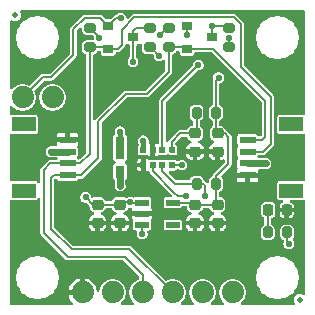
<source format=gtl>
%TF.GenerationSoftware,KiCad,Pcbnew,9.0.0*%
%TF.CreationDate,2025-04-11T12:54:06-06:00*%
%TF.ProjectId,SparkFun_AS7343_Qwiic,53706172-6b46-4756-9e5f-415337333433,v01*%
%TF.SameCoordinates,Original*%
%TF.FileFunction,Copper,L1,Top*%
%TF.FilePolarity,Positive*%
%FSLAX46Y46*%
G04 Gerber Fmt 4.6, Leading zero omitted, Abs format (unit mm)*
G04 Created by KiCad (PCBNEW 9.0.0) date 2025-04-11 12:54:06*
%MOMM*%
%LPD*%
G01*
G04 APERTURE LIST*
G04 Aperture macros list*
%AMRoundRect*
0 Rectangle with rounded corners*
0 $1 Rounding radius*
0 $2 $3 $4 $5 $6 $7 $8 $9 X,Y pos of 4 corners*
0 Add a 4 corners polygon primitive as box body*
4,1,4,$2,$3,$4,$5,$6,$7,$8,$9,$2,$3,0*
0 Add four circle primitives for the rounded corners*
1,1,$1+$1,$2,$3*
1,1,$1+$1,$4,$5*
1,1,$1+$1,$6,$7*
1,1,$1+$1,$8,$9*
0 Add four rect primitives between the rounded corners*
20,1,$1+$1,$2,$3,$4,$5,0*
20,1,$1+$1,$4,$5,$6,$7,0*
20,1,$1+$1,$6,$7,$8,$9,0*
20,1,$1+$1,$8,$9,$2,$3,0*%
%AMOutline5P*
0 Free polygon, 5 corners , with rotation*
0 The origin of the aperture is its center*
0 number of corners: always 5*
0 $1 to $10 corner X, Y*
0 $11 Rotation angle, in degrees counterclockwise*
0 create outline with 5 corners*
4,1,5,$1,$2,$3,$4,$5,$6,$7,$8,$9,$10,$1,$2,$11*%
%AMOutline6P*
0 Free polygon, 6 corners , with rotation*
0 The origin of the aperture is its center*
0 number of corners: always 6*
0 $1 to $12 corner X, Y*
0 $13 Rotation angle, in degrees counterclockwise*
0 create outline with 6 corners*
4,1,6,$1,$2,$3,$4,$5,$6,$7,$8,$9,$10,$11,$12,$1,$2,$13*%
%AMOutline7P*
0 Free polygon, 7 corners , with rotation*
0 The origin of the aperture is its center*
0 number of corners: always 7*
0 $1 to $14 corner X, Y*
0 $15 Rotation angle, in degrees counterclockwise*
0 create outline with 7 corners*
4,1,7,$1,$2,$3,$4,$5,$6,$7,$8,$9,$10,$11,$12,$13,$14,$1,$2,$15*%
%AMOutline8P*
0 Free polygon, 8 corners , with rotation*
0 The origin of the aperture is its center*
0 number of corners: always 8*
0 $1 to $16 corner X, Y*
0 $17 Rotation angle, in degrees counterclockwise*
0 create outline with 8 corners*
4,1,8,$1,$2,$3,$4,$5,$6,$7,$8,$9,$10,$11,$12,$13,$14,$15,$16,$1,$2,$17*%
G04 Aperture macros list end*
%TA.AperFunction,SMDPad,CuDef*%
%ADD10RoundRect,0.225000X-0.250000X0.225000X-0.250000X-0.225000X0.250000X-0.225000X0.250000X0.225000X0*%
%TD*%
%TA.AperFunction,SMDPad,CuDef*%
%ADD11RoundRect,0.225000X0.250000X-0.225000X0.250000X0.225000X-0.250000X0.225000X-0.250000X-0.225000X0*%
%TD*%
%TA.AperFunction,SMDPad,CuDef*%
%ADD12RoundRect,0.200000X0.200000X0.275000X-0.200000X0.275000X-0.200000X-0.275000X0.200000X-0.275000X0*%
%TD*%
%TA.AperFunction,SMDPad,CuDef*%
%ADD13R,0.800000X1.900000*%
%TD*%
%TA.AperFunction,SMDPad,CuDef*%
%ADD14R,0.800000X1.000000*%
%TD*%
%TA.AperFunction,SMDPad,CuDef*%
%ADD15RoundRect,0.218750X0.218750X0.256250X-0.218750X0.256250X-0.218750X-0.256250X0.218750X-0.256250X0*%
%TD*%
%TA.AperFunction,SMDPad,CuDef*%
%ADD16C,0.500000*%
%TD*%
%TA.AperFunction,ComponentPad*%
%ADD17C,1.879600*%
%TD*%
%TA.AperFunction,SMDPad,CuDef*%
%ADD18RoundRect,0.200000X-0.200000X-0.275000X0.200000X-0.275000X0.200000X0.275000X-0.200000X0.275000X0*%
%TD*%
%TA.AperFunction,SMDPad,CuDef*%
%ADD19R,1.200000X0.550000*%
%TD*%
%TA.AperFunction,SMDPad,CuDef*%
%ADD20R,1.350000X0.600000*%
%TD*%
%TA.AperFunction,SMDPad,CuDef*%
%ADD21R,2.000000X1.200000*%
%TD*%
%TA.AperFunction,SMDPad,CuDef*%
%ADD22Outline5P,-0.287500X0.244000X0.287500X0.244000X0.287500X-0.067100X0.110600X-0.244000X-0.287500X-0.244000X270.000000*%
%TD*%
%TA.AperFunction,SMDPad,CuDef*%
%ADD23R,0.488000X0.575000*%
%TD*%
%TA.AperFunction,SMDPad,CuDef*%
%ADD24R,0.900000X0.800000*%
%TD*%
%TA.AperFunction,SMDPad,CuDef*%
%ADD25RoundRect,0.200000X-0.275000X0.200000X-0.275000X-0.200000X0.275000X-0.200000X0.275000X0.200000X0*%
%TD*%
%TA.AperFunction,SMDPad,CuDef*%
%ADD26RoundRect,0.200000X0.275000X-0.200000X0.275000X0.200000X-0.275000X0.200000X-0.275000X-0.200000X0*%
%TD*%
%TA.AperFunction,ViaPad*%
%ADD27C,0.560000*%
%TD*%
%TA.AperFunction,Conductor*%
%ADD28C,0.203200*%
%TD*%
%TA.AperFunction,Conductor*%
%ADD29C,0.558800*%
%TD*%
%TA.AperFunction,Conductor*%
%ADD30C,0.406400*%
%TD*%
G04 APERTURE END LIST*
D10*
%TO.P,C6,1*%
%TO.N,1.8V*%
X17780000Y8712500D03*
%TO.P,C6,2*%
%TO.N,GND*%
X17780000Y7162500D03*
%TD*%
D11*
%TO.P,C3,1*%
%TO.N,GND*%
X15875000Y13195000D03*
%TO.P,C3,2*%
%TO.N,Net-(U2-VDD)*%
X15875000Y14745000D03*
%TD*%
D12*
%TO.P,R1,1*%
%TO.N,1.8V*%
X17652500Y16500000D03*
%TO.P,R1,2*%
%TO.N,Net-(U2-VDD)*%
X16002500Y16500000D03*
%TD*%
D13*
%TO.P,D2,1,K*%
%TO.N,Net-(D2-K)*%
X9525000Y13527000D03*
D14*
%TO.P,D2,2,A*%
%TO.N,3.3V*%
X9525000Y11500000D03*
%TD*%
D10*
%TO.P,C4,1*%
%TO.N,1.8V*%
X17780000Y14745000D03*
%TO.P,C4,2*%
%TO.N,GND*%
X17780000Y13195000D03*
%TD*%
D15*
%TO.P,D1,1,K*%
%TO.N,GND*%
X23647500Y8255000D03*
%TO.P,D1,2,A*%
%TO.N,Net-(D1-A)*%
X22072500Y8255000D03*
%TD*%
D16*
%TO.P,FID3,*%
%TO.N,*%
X635000Y24765000D03*
%TD*%
D17*
%TO.P,J3,1,Pin_1*%
%TO.N,GND*%
X6350000Y1270000D03*
%TO.P,J3,2,Pin_2*%
%TO.N,3.3V*%
X8890000Y1270000D03*
%TO.P,J3,3,Pin_3*%
%TO.N,SDA*%
X11430000Y1270000D03*
%TO.P,J3,4,Pin_4*%
%TO.N,SCL*%
X13970000Y1270000D03*
%TO.P,J3,5,Pin_5*%
%TO.N,GPIO*%
X16510000Y1270000D03*
%TO.P,J3,6,Pin_6*%
%TO.N,~{INT}*%
X19050000Y1270000D03*
%TD*%
D18*
%TO.P,R2,1*%
%TO.N,~{INT}*%
X16002500Y10477500D03*
%TO.P,R2,2*%
%TO.N,1.8V*%
X17652500Y10477500D03*
%TD*%
D19*
%TO.P,U1,1,VIN*%
%TO.N,3.3V*%
X11399900Y8887500D03*
%TO.P,U1,2,GND*%
%TO.N,GND*%
X11399900Y7937500D03*
%TO.P,U1,3,EN*%
%TO.N,3.3V*%
X11399900Y6987500D03*
%TO.P,U1,4,NC*%
%TO.N,unconnected-(U1-NC-Pad4)*%
X14000100Y6987500D03*
%TO.P,U1,5,VOUT*%
%TO.N,1.8V*%
X14000100Y8887500D03*
%TD*%
D20*
%TO.P,J1,1,Pin_1*%
%TO.N,GND*%
X20320000Y11200000D03*
%TO.P,J1,2,Pin_2*%
%TO.N,3.3V*%
X20320000Y12200000D03*
%TO.P,J1,3,Pin_3*%
%TO.N,SDA*%
X20320000Y13200000D03*
%TO.P,J1,4,Pin_4*%
%TO.N,SCL*%
X20320000Y14200000D03*
D21*
%TO.P,J1,NC1,NC*%
%TO.N,unconnected-(J1-NC-PadNC1)*%
X23995000Y15500000D03*
%TO.P,J1,NC2,NC*%
%TO.N,unconnected-(J1-NC-PadNC2)*%
X23995000Y9900000D03*
%TD*%
D16*
%TO.P,FID4,*%
%TO.N,*%
X24765000Y635000D03*
%TD*%
D22*
%TO.P,U2,1,VDD*%
%TO.N,Net-(U2-VDD)*%
X13900000Y13338000D03*
D23*
%TO.P,U2,2,SCL*%
%TO.N,SCL_1V8*%
X13100000Y13338000D03*
%TO.P,U2,3,GND*%
%TO.N,GND*%
X12300000Y13338000D03*
%TO.P,U2,4,LDR*%
%TO.N,Net-(D3-K)*%
X11500000Y13338000D03*
%TO.P,U2,5,PGND*%
%TO.N,GND*%
X11500000Y12062000D03*
%TO.P,U2,6,GPIO*%
%TO.N,GPIO*%
X12300000Y12062000D03*
%TO.P,U2,7,~{INT}*%
%TO.N,~{INT}*%
X13100000Y12062000D03*
%TO.P,U2,8,SDA*%
%TO.N,SDA_1V8*%
X13900000Y12062000D03*
%TD*%
D20*
%TO.P,J2,1,Pin_1*%
%TO.N,GND*%
X5080000Y14200000D03*
%TO.P,J2,2,Pin_2*%
%TO.N,3.3V*%
X5080000Y13200000D03*
%TO.P,J2,3,Pin_3*%
%TO.N,SDA*%
X5080000Y12200000D03*
%TO.P,J2,4,Pin_4*%
%TO.N,SCL*%
X5080000Y11200000D03*
D21*
%TO.P,J2,NC1,NC*%
%TO.N,unconnected-(J2-NC-PadNC1)*%
X1405000Y9900000D03*
%TO.P,J2,NC2,NC*%
%TO.N,unconnected-(J2-NC-PadNC2)*%
X1405000Y15500000D03*
%TD*%
D17*
%TO.P,D3,1,K*%
%TO.N,Net-(D3-K)*%
X3810000Y17780000D03*
%TO.P,D3,2,A*%
%TO.N,3.3V*%
X1270000Y17780000D03*
%TD*%
D24*
%TO.P,Q1,1,G*%
%TO.N,3.3V*%
X15192500Y23810000D03*
%TO.P,Q1,2,S*%
%TO.N,SCL*%
X15192500Y21910000D03*
%TO.P,Q1,3,D*%
%TO.N,SCL_1V8*%
X17292500Y22860000D03*
%TD*%
D25*
%TO.P,R5,1*%
%TO.N,Net-(JP2-A)*%
X13652500Y23685000D03*
%TO.P,R5,2*%
%TO.N,SCL*%
X13652500Y22035000D03*
%TD*%
D10*
%TO.P,C2,1*%
%TO.N,3.3V*%
X9525000Y8712500D03*
%TO.P,C2,2*%
%TO.N,GND*%
X9525000Y7162500D03*
%TD*%
D18*
%TO.P,R3,1*%
%TO.N,Net-(D1-A)*%
X22035000Y6350000D03*
%TO.P,R3,2*%
%TO.N,Net-(JP1-A)*%
X23685000Y6350000D03*
%TD*%
D26*
%TO.P,R4,1*%
%TO.N,SDA*%
X6985000Y22035000D03*
%TO.P,R4,2*%
%TO.N,Net-(JP2-C)*%
X6985000Y23685000D03*
%TD*%
D10*
%TO.P,C1,1*%
%TO.N,1.8V*%
X15875000Y8712500D03*
%TO.P,C1,2*%
%TO.N,GND*%
X15875000Y7162500D03*
%TD*%
D26*
%TO.P,R8,1*%
%TO.N,1.8V*%
X18732500Y22035000D03*
%TO.P,R8,2*%
%TO.N,SCL_1V8*%
X18732500Y23685000D03*
%TD*%
D10*
%TO.P,C5,1*%
%TO.N,3.3V*%
X7620000Y8712500D03*
%TO.P,C5,2*%
%TO.N,GND*%
X7620000Y7162500D03*
%TD*%
D26*
%TO.P,R7,1*%
%TO.N,1.8V*%
X12065000Y22035000D03*
%TO.P,R7,2*%
%TO.N,SDA_1V8*%
X12065000Y23685000D03*
%TD*%
D24*
%TO.P,Q2,1,G*%
%TO.N,3.3V*%
X8525000Y23810000D03*
%TO.P,Q2,2,S*%
%TO.N,SDA*%
X8525000Y21910000D03*
%TO.P,Q2,3,D*%
%TO.N,SDA_1V8*%
X10625000Y22860000D03*
%TD*%
D27*
%TO.N,3.3V*%
X10395000Y8898000D03*
X9588500Y24493000D03*
X6612000Y9324000D03*
X15209000Y23080000D03*
X9534000Y10294000D03*
X11411000Y6222000D03*
X3718000Y13189000D03*
X21844000Y12192000D03*
%TO.N,GND*%
X12336000Y14284000D03*
X9295000Y18510000D03*
X14752000Y13806000D03*
X12262000Y9560000D03*
X14155000Y6028000D03*
X22944000Y18429000D03*
X2210000Y13600000D03*
X7536000Y17022000D03*
X6124000Y22565000D03*
X8371000Y14435000D03*
X17414000Y20389000D03*
X19548000Y9380000D03*
X7950000Y5988000D03*
X539000Y7497000D03*
X4932000Y16536000D03*
X13738000Y15259000D03*
X15750000Y6000000D03*
X15754000Y18778000D03*
X24872000Y17997000D03*
X20135000Y24858000D03*
X13888000Y19166000D03*
X24907000Y8856000D03*
X15233000Y544000D03*
X3306000Y14579000D03*
X17144000Y11888000D03*
X14985000Y20939000D03*
X11530000Y11131000D03*
X22153000Y10858000D03*
X10143000Y542000D03*
X21172730Y20784333D03*
X10892000Y19077000D03*
X19047000Y19204000D03*
X4617000Y21445000D03*
X8706000Y9516000D03*
X1270000Y20637500D03*
X675000Y647000D03*
X7556000Y21242000D03*
X20405000Y494000D03*
X5790000Y6330000D03*
X490000Y16572000D03*
X19207000Y11893000D03*
X17792000Y581000D03*
X17375000Y5994000D03*
X24588000Y12817000D03*
X5401000Y10061000D03*
X10684000Y12757000D03*
X7002000Y11082000D03*
X15371000Y11584000D03*
X5245000Y24894000D03*
X24895000Y24878000D03*
X12609000Y7512000D03*
X12342000Y17723000D03*
X6261000Y14679000D03*
X5080000Y19260000D03*
X3536000Y4702000D03*
%TO.N,Net-(JP1-A)*%
X23812500Y5397500D03*
%TO.N,Net-(JP2-A)*%
X12902000Y23103000D03*
%TO.N,Net-(JP2-C)*%
X7777000Y22794000D03*
%TO.N,~{INT}*%
X16713000Y9436000D03*
%TO.N,GPIO*%
X15131000Y9429000D03*
%TO.N,1.8V*%
X12852000Y21300000D03*
X17865000Y19466000D03*
X18722000Y22839000D03*
%TO.N,SDA_1V8*%
X14774000Y12059000D03*
X10625000Y20819000D03*
%TO.N,SCL_1V8*%
X17335000Y23835000D03*
X16150000Y20536000D03*
%TO.N,Net-(D2-K)*%
X9523000Y14891000D03*
%TO.N,Net-(D3-K)*%
X11493000Y14110000D03*
%TD*%
D28*
%TO.N,3.3V*%
X2983000Y19493000D02*
X1270000Y17780000D01*
X6540000Y24512000D02*
X5577000Y23549000D01*
X3660000Y19493000D02*
X2983000Y19493000D01*
D29*
X5080000Y13200000D02*
X3729000Y13200000D01*
X20320000Y12200000D02*
X21836000Y12200000D01*
D28*
X8525000Y23810000D02*
X9208000Y24493000D01*
X5577000Y23549000D02*
X5577000Y21410000D01*
D29*
X9525000Y10303000D02*
X9534000Y10294000D01*
D28*
X15192500Y23096500D02*
X15209000Y23080000D01*
X11399900Y6233100D02*
X11411000Y6222000D01*
X10405500Y8887500D02*
X10395000Y8898000D01*
X11399900Y8887500D02*
X10405500Y8887500D01*
X7223500Y8712500D02*
X6612000Y9324000D01*
X10395000Y8898000D02*
X9710500Y8898000D01*
X9208000Y24493000D02*
X9588500Y24493000D01*
X7620000Y8712500D02*
X7223500Y8712500D01*
X5577000Y21410000D02*
X3660000Y19493000D01*
D29*
X9525000Y11500000D02*
X9525000Y10303000D01*
X21836000Y12200000D02*
X21844000Y12192000D01*
D28*
X9710500Y8898000D02*
X9525000Y8712500D01*
D29*
X3729000Y13200000D02*
X3718000Y13189000D01*
D28*
X15192500Y23810000D02*
X15192500Y23096500D01*
X11399900Y6924000D02*
X11399900Y6233100D01*
X6540000Y24512000D02*
X7823000Y24512000D01*
X7620000Y8712500D02*
X9525000Y8712500D01*
X7823000Y24512000D02*
X8525000Y23810000D01*
%TO.N,Net-(D1-A)*%
X22035000Y6350000D02*
X22035000Y8217500D01*
X22035000Y8217500D02*
X22072500Y8255000D01*
%TO.N,SDA*%
X9673000Y22217000D02*
X9366000Y21910000D01*
X11430000Y2774000D02*
X9918000Y4286000D01*
X21649000Y13200000D02*
X22280000Y13831000D01*
X8400000Y22035000D02*
X8525000Y21910000D01*
X3071000Y11664000D02*
X3608000Y12201000D01*
X6946000Y21996000D02*
X6985000Y22035000D01*
X9918000Y4286000D02*
X5088000Y4286000D01*
X3071000Y6303000D02*
X3071000Y11664000D01*
X19735000Y23962000D02*
X19136000Y24561000D01*
X3608000Y12201000D02*
X3609000Y12200000D01*
X5080000Y12200000D02*
X6144000Y12200000D01*
X19735000Y20375000D02*
X19735000Y23962000D01*
X10711000Y24561000D02*
X9673000Y23523000D01*
X5080000Y12200000D02*
X3609000Y12200000D01*
X22280000Y17830000D02*
X19735000Y20375000D01*
X5088000Y4286000D02*
X3071000Y6303000D01*
X20320000Y13200000D02*
X21649000Y13200000D01*
X9673000Y23523000D02*
X9673000Y22217000D01*
X22280000Y13831000D02*
X22280000Y17830000D01*
X6985000Y22035000D02*
X8400000Y22035000D01*
X6144000Y12200000D02*
X6946000Y13002000D01*
X6946000Y13002000D02*
X6946000Y21996000D01*
X9366000Y21910000D02*
X8525000Y21910000D01*
X19136000Y24561000D02*
X10711000Y24561000D01*
X11430000Y1270000D02*
X11430000Y2774000D01*
%TO.N,SCL*%
X17398000Y21910000D02*
X15192500Y21910000D01*
X20320000Y14200000D02*
X21548000Y14200000D01*
X9994000Y18092000D02*
X11825000Y18092000D01*
X21799000Y14451000D02*
X21799000Y17509000D01*
X15067500Y22035000D02*
X15192500Y21910000D01*
X3926000Y11200000D02*
X3660000Y10934000D01*
X10329000Y4911000D02*
X13970000Y1270000D01*
X7683000Y12620000D02*
X7683000Y15781000D01*
X13652500Y19919500D02*
X13652500Y22035000D01*
X3660000Y6684000D02*
X5433000Y4911000D01*
X13652500Y22035000D02*
X15067500Y22035000D01*
X3660000Y10934000D02*
X3660000Y6684000D01*
X5080000Y11200000D02*
X3926000Y11200000D01*
X5433000Y4911000D02*
X10329000Y4911000D01*
X11825000Y18092000D02*
X13652500Y19919500D01*
X7683000Y15781000D02*
X9994000Y18092000D01*
X21799000Y17509000D02*
X17398000Y21910000D01*
X6263000Y11200000D02*
X7683000Y12620000D01*
X21548000Y14200000D02*
X21799000Y14451000D01*
X5080000Y11200000D02*
X6263000Y11200000D01*
%TO.N,Net-(JP1-A)*%
X23685000Y5525000D02*
X23812500Y5397500D01*
X23685000Y6350000D02*
X23685000Y5525000D01*
%TO.N,Net-(JP2-A)*%
X13652500Y23685000D02*
X13484000Y23685000D01*
X13484000Y23685000D02*
X12902000Y23103000D01*
%TO.N,Net-(JP2-C)*%
X7777000Y22794000D02*
X7777000Y22893000D01*
X7777000Y22893000D02*
X6985000Y23685000D01*
%TO.N,~{INT}*%
X14181500Y10477500D02*
X16002500Y10477500D01*
X13100000Y12062000D02*
X13100000Y11559000D01*
X16713000Y10333000D02*
X16713000Y9436000D01*
X16002500Y10477500D02*
X16568500Y10477500D01*
X16726000Y9449000D02*
X16713000Y9436000D01*
X13100000Y11559000D02*
X14181500Y10477500D01*
X16568500Y10477500D02*
X16713000Y10333000D01*
%TO.N,GPIO*%
X14136000Y9734000D02*
X14441000Y9429000D01*
X14441000Y9429000D02*
X15131000Y9429000D01*
X12300000Y12062000D02*
X12300000Y11570000D01*
X12300000Y11570000D02*
X14136000Y9734000D01*
%TO.N,1.8V*%
X18695000Y12160000D02*
X18695000Y14449000D01*
X17652500Y14872500D02*
X17780000Y14745000D01*
X17652500Y11117500D02*
X18695000Y12160000D01*
X12852000Y21300000D02*
X12128500Y22023500D01*
X17780000Y8712500D02*
X17652500Y8840000D01*
X17652500Y19253500D02*
X17652500Y16500000D01*
X17652500Y8840000D02*
X17652500Y10477500D01*
X12128500Y22023500D02*
X12128500Y22098000D01*
X15875000Y8712500D02*
X17780000Y8712500D01*
X18725000Y22042500D02*
X18732500Y22035000D01*
X14000100Y8887500D02*
X15700000Y8887500D01*
X18722000Y22839000D02*
X18725000Y22836000D01*
X18695000Y14449000D02*
X18399000Y14745000D01*
X18399000Y14745000D02*
X17780000Y14745000D01*
X17652500Y10477500D02*
X17652500Y11117500D01*
X17865000Y19466000D02*
X17652500Y19253500D01*
X15700000Y8887500D02*
X15875000Y8712500D01*
X17652500Y16500000D02*
X17652500Y14872500D01*
X18725000Y22836000D02*
X18725000Y22042500D01*
%TO.N,SDA_1V8*%
X10625000Y20819000D02*
X10625000Y22860000D01*
X10625000Y23416000D02*
X10894000Y23685000D01*
X10894000Y23685000D02*
X12065000Y23685000D01*
X13900000Y12062000D02*
X14771000Y12062000D01*
X14771000Y12062000D02*
X14774000Y12059000D01*
X10625000Y22860000D02*
X10625000Y23416000D01*
%TO.N,Net-(U2-VDD)*%
X15875000Y14745000D02*
X16002500Y14872500D01*
X13900000Y14035000D02*
X14610000Y14745000D01*
X16002500Y14872500D02*
X16002500Y16500000D01*
X14610000Y14745000D02*
X15875000Y14745000D01*
X13900000Y13338000D02*
X13900000Y14035000D01*
%TO.N,SCL_1V8*%
X17335000Y23835000D02*
X18582500Y23835000D01*
X17335000Y23835000D02*
X17335000Y22902500D01*
X13100000Y17479000D02*
X13100000Y13338000D01*
X17335000Y22902500D02*
X17292500Y22860000D01*
X16150000Y20536000D02*
X16150000Y20529000D01*
X16150000Y20529000D02*
X13100000Y17479000D01*
X18582500Y23835000D02*
X18732500Y23685000D01*
D30*
%TO.N,Net-(D2-K)*%
X9525000Y13527000D02*
X9525000Y14889000D01*
X9525000Y14889000D02*
X9523000Y14891000D01*
%TO.N,Net-(D3-K)*%
X11493000Y14110000D02*
X11493000Y13345000D01*
X11493000Y13345000D02*
X11500000Y13338000D01*
%TD*%
%TA.AperFunction,Conductor*%
%TO.N,GND*%
G36*
X2749962Y9240385D02*
G01*
X2786682Y9180942D01*
X2791100Y9148136D01*
X2791100Y6339850D01*
X2791100Y6266150D01*
X2810175Y6194963D01*
X2847024Y6131138D01*
X4916138Y4062024D01*
X4979963Y4025175D01*
X5051150Y4006100D01*
X5124850Y4006100D01*
X9750700Y4006100D01*
X9817739Y3986415D01*
X9838381Y3969781D01*
X11113781Y2694381D01*
X11128484Y2667454D01*
X11145077Y2641635D01*
X11145968Y2635435D01*
X11147266Y2633058D01*
X11150100Y2606700D01*
X11150100Y2444786D01*
X11130415Y2377747D01*
X11077611Y2331992D01*
X11064426Y2326858D01*
X11037395Y2318076D01*
X11000794Y2306183D01*
X10843987Y2226285D01*
X10791274Y2187986D01*
X10701607Y2122839D01*
X10701605Y2122837D01*
X10701604Y2122837D01*
X10577163Y1998396D01*
X10577163Y1998395D01*
X10577161Y1998393D01*
X10549272Y1960007D01*
X10473715Y1856013D01*
X10393815Y1699202D01*
X10393814Y1699199D01*
X10339432Y1531824D01*
X10329019Y1466081D01*
X10311900Y1357996D01*
X10311900Y1182004D01*
X10317919Y1144000D01*
X10339432Y1008177D01*
X10393814Y840802D01*
X10393815Y840799D01*
X10429733Y770307D01*
X10473715Y683988D01*
X10577161Y541607D01*
X10577163Y541605D01*
X10703387Y415381D01*
X10736872Y354058D01*
X10731888Y284366D01*
X10690016Y228433D01*
X10624552Y204016D01*
X10615706Y203700D01*
X9704294Y203700D01*
X9637255Y223385D01*
X9591500Y276189D01*
X9581556Y345347D01*
X9610581Y408903D01*
X9616613Y415381D01*
X9643046Y441814D01*
X9742839Y541607D01*
X9846285Y683988D01*
X9926184Y840799D01*
X9980568Y1008178D01*
X10008100Y1182004D01*
X10008100Y1357996D01*
X9980568Y1531822D01*
X9953376Y1615512D01*
X9926185Y1699199D01*
X9926184Y1699202D01*
X9885473Y1779101D01*
X9846285Y1856012D01*
X9742839Y1998393D01*
X9618393Y2122839D01*
X9476012Y2226285D01*
X9404114Y2262919D01*
X9319201Y2306185D01*
X9319198Y2306186D01*
X9151823Y2360568D01*
X9052269Y2376336D01*
X8977996Y2388100D01*
X8802004Y2388100D01*
X8744062Y2378923D01*
X8628176Y2360568D01*
X8460801Y2306186D01*
X8460798Y2306185D01*
X8303987Y2226285D01*
X8251274Y2187986D01*
X8161607Y2122839D01*
X8161605Y2122837D01*
X8161604Y2122837D01*
X8037163Y1998396D01*
X8037163Y1998395D01*
X8037161Y1998393D01*
X8009272Y1960007D01*
X7933715Y1856013D01*
X7853815Y1699202D01*
X7853814Y1699199D01*
X7799432Y1531824D01*
X7780794Y1414154D01*
X7750864Y1351019D01*
X7691552Y1314089D01*
X7621690Y1315087D01*
X7563457Y1353698D01*
X7535848Y1414156D01*
X7514405Y1549545D01*
X7514404Y1549546D01*
X7456335Y1728263D01*
X7371028Y1895688D01*
X7260576Y2047710D01*
X7260576Y2047711D01*
X7127710Y2180577D01*
X6975687Y2291029D01*
X6808262Y2376336D01*
X6629549Y2434404D01*
X6629545Y2434405D01*
X6600000Y2439085D01*
X6600000Y1712252D01*
X6546081Y1743381D01*
X6416880Y1778000D01*
X6283120Y1778000D01*
X6153919Y1743381D01*
X6100000Y1712252D01*
X6100000Y2439085D01*
X6099999Y2439085D01*
X6070454Y2434405D01*
X6070450Y2434404D01*
X5891737Y2376336D01*
X5724312Y2291029D01*
X5572290Y2180577D01*
X5572289Y2180577D01*
X5439423Y2047711D01*
X5439423Y2047710D01*
X5328971Y1895688D01*
X5243664Y1728265D01*
X5185595Y1549550D01*
X5180916Y1520000D01*
X5907749Y1520000D01*
X5876619Y1466081D01*
X5842000Y1336880D01*
X5842000Y1203120D01*
X5876619Y1073919D01*
X5907749Y1020000D01*
X5180916Y1020000D01*
X5185595Y990451D01*
X5243664Y811736D01*
X5328971Y644313D01*
X5439423Y492291D01*
X5439423Y492290D01*
X5516332Y415381D01*
X5549817Y354058D01*
X5544833Y284366D01*
X5502961Y228433D01*
X5437497Y204016D01*
X5428651Y203700D01*
X327700Y203700D01*
X260661Y223385D01*
X214906Y276189D01*
X203700Y327700D01*
X203700Y2658005D01*
X739500Y2658005D01*
X739500Y2421996D01*
X739501Y2421980D01*
X770306Y2187990D01*
X831394Y1960007D01*
X921714Y1741955D01*
X921719Y1741944D01*
X946399Y1699198D01*
X1039727Y1537550D01*
X1039729Y1537547D01*
X1039730Y1537546D01*
X1183406Y1350303D01*
X1183412Y1350296D01*
X1350295Y1183413D01*
X1350302Y1183407D01*
X1406372Y1140383D01*
X1537550Y1039727D01*
X1622892Y990455D01*
X1741943Y921720D01*
X1741948Y921718D01*
X1741951Y921716D01*
X1960007Y831394D01*
X2187986Y770307D01*
X2421989Y739500D01*
X2421996Y739500D01*
X2658004Y739500D01*
X2658011Y739500D01*
X2892014Y770307D01*
X3119993Y831394D01*
X3338049Y921716D01*
X3542450Y1039727D01*
X3729699Y1183408D01*
X3896592Y1350301D01*
X4040273Y1537550D01*
X4158284Y1741951D01*
X4248606Y1960007D01*
X4309693Y2187986D01*
X4340500Y2421989D01*
X4340500Y2658011D01*
X4309693Y2892014D01*
X4248606Y3119993D01*
X4158284Y3338049D01*
X4158282Y3338052D01*
X4158280Y3338057D01*
X4116118Y3411082D01*
X4040273Y3542450D01*
X3896592Y3729699D01*
X3896587Y3729705D01*
X3729704Y3896588D01*
X3729697Y3896594D01*
X3542454Y4040270D01*
X3542453Y4040271D01*
X3542450Y4040273D01*
X3460957Y4087323D01*
X3338056Y4158281D01*
X3338045Y4158286D01*
X3119993Y4248606D01*
X2892010Y4309694D01*
X2658020Y4340499D01*
X2658017Y4340500D01*
X2658011Y4340500D01*
X2421989Y4340500D01*
X2421983Y4340500D01*
X2421979Y4340499D01*
X2187989Y4309694D01*
X1960006Y4248606D01*
X1741954Y4158286D01*
X1741943Y4158281D01*
X1537545Y4040270D01*
X1350302Y3896594D01*
X1350295Y3896588D01*
X1183412Y3729705D01*
X1183406Y3729698D01*
X1039730Y3542455D01*
X921719Y3338057D01*
X921714Y3338046D01*
X831394Y3119994D01*
X770306Y2892011D01*
X739501Y2658021D01*
X739500Y2658005D01*
X203700Y2658005D01*
X203700Y9007154D01*
X223385Y9074193D01*
X276189Y9119948D01*
X345347Y9129892D01*
X351875Y9128774D01*
X387439Y9121700D01*
X2422560Y9121701D01*
X2474569Y9132045D01*
X2533547Y9171453D01*
X2563998Y9217027D01*
X2617610Y9261832D01*
X2686935Y9270539D01*
X2749962Y9240385D01*
G37*
%TD.AperFunction*%
%TA.AperFunction,Conductor*%
G36*
X25139339Y25176615D02*
G01*
X25185094Y25123811D01*
X25196300Y25072300D01*
X25196300Y16392847D01*
X25176615Y16325808D01*
X25123811Y16280053D01*
X25054653Y16270109D01*
X25048110Y16271229D01*
X25040287Y16272785D01*
X25012561Y16278300D01*
X25012559Y16278300D01*
X22977441Y16278300D01*
X22925430Y16267955D01*
X22886022Y16241623D01*
X22866455Y16228548D01*
X22866452Y16228546D01*
X22827044Y16169568D01*
X22827043Y16169567D01*
X22816700Y16117566D01*
X22816700Y14882442D01*
X22826998Y14830667D01*
X22827045Y14830431D01*
X22866453Y14771453D01*
X22925431Y14732045D01*
X22925432Y14732045D01*
X22925433Y14732044D01*
X22956578Y14725850D01*
X22977439Y14721700D01*
X25012560Y14721701D01*
X25048111Y14728772D01*
X25117700Y14722545D01*
X25172878Y14679682D01*
X25196122Y14613792D01*
X25196300Y14607155D01*
X25196300Y10792847D01*
X25176615Y10725808D01*
X25123811Y10680053D01*
X25054653Y10670109D01*
X25048110Y10671229D01*
X25040287Y10672785D01*
X25012561Y10678300D01*
X25012559Y10678300D01*
X22977441Y10678300D01*
X22925430Y10667955D01*
X22866452Y10628546D01*
X22827044Y10569568D01*
X22827043Y10569567D01*
X22816700Y10517566D01*
X22816700Y9282442D01*
X22821342Y9259103D01*
X22827045Y9230431D01*
X22866453Y9171453D01*
X22925431Y9132045D01*
X22925432Y9132045D01*
X22925433Y9132044D01*
X22956578Y9125850D01*
X22977439Y9121700D01*
X23236854Y9121701D01*
X23303891Y9102017D01*
X23349646Y9049213D01*
X23359590Y8980054D01*
X23330565Y8916499D01*
X23293148Y8887217D01*
X23192759Y8836066D01*
X23192752Y8836061D01*
X23103939Y8747248D01*
X23103936Y8747244D01*
X23046905Y8635315D01*
X23032200Y8542466D01*
X23032200Y8458200D01*
X24262800Y8458200D01*
X24262800Y8542466D01*
X24248094Y8635315D01*
X24191063Y8747244D01*
X24191060Y8747248D01*
X24102247Y8836061D01*
X24102243Y8836064D01*
X24001851Y8887216D01*
X23951055Y8935190D01*
X23934260Y9003011D01*
X23956797Y9069146D01*
X24011512Y9112598D01*
X24058143Y9121701D01*
X25012560Y9121701D01*
X25048111Y9128772D01*
X25117700Y9122545D01*
X25172878Y9079682D01*
X25196122Y9013792D01*
X25196300Y9007155D01*
X25196300Y1178692D01*
X25176615Y1111653D01*
X25123811Y1065898D01*
X25054653Y1055954D01*
X25010301Y1071305D01*
X24958193Y1101390D01*
X24958188Y1101391D01*
X24958187Y1101392D01*
X24958186Y1101392D01*
X24830892Y1135500D01*
X24699108Y1135500D01*
X24571812Y1101392D01*
X24457686Y1035500D01*
X24457683Y1035498D01*
X24364502Y942317D01*
X24364500Y942314D01*
X24298608Y828188D01*
X24264500Y700892D01*
X24264500Y569109D01*
X24298608Y441813D01*
X24328696Y389701D01*
X24345169Y321801D01*
X24322317Y255774D01*
X24267396Y212583D01*
X24221309Y203700D01*
X19864294Y203700D01*
X19797255Y223385D01*
X19751500Y276189D01*
X19741556Y345347D01*
X19770581Y408903D01*
X19776613Y415381D01*
X19803046Y441814D01*
X19902839Y541607D01*
X20006285Y683988D01*
X20086184Y840799D01*
X20140568Y1008178D01*
X20168100Y1182004D01*
X20168100Y1357996D01*
X20140568Y1531822D01*
X20113376Y1615512D01*
X20086185Y1699199D01*
X20086184Y1699202D01*
X20045473Y1779101D01*
X20006285Y1856012D01*
X19902839Y1998393D01*
X19778393Y2122839D01*
X19636012Y2226285D01*
X19564114Y2262919D01*
X19479201Y2306185D01*
X19479198Y2306186D01*
X19311823Y2360568D01*
X19212269Y2376336D01*
X19137996Y2388100D01*
X18962004Y2388100D01*
X18904062Y2378923D01*
X18788176Y2360568D01*
X18620801Y2306186D01*
X18620798Y2306185D01*
X18463987Y2226285D01*
X18411274Y2187986D01*
X18321607Y2122839D01*
X18321605Y2122837D01*
X18321604Y2122837D01*
X18197163Y1998396D01*
X18197163Y1998395D01*
X18197161Y1998393D01*
X18169272Y1960007D01*
X18093715Y1856013D01*
X18013815Y1699202D01*
X18013814Y1699199D01*
X17959432Y1531824D01*
X17949019Y1466081D01*
X17931900Y1357996D01*
X17931900Y1182004D01*
X17937919Y1144000D01*
X17959432Y1008177D01*
X18013814Y840802D01*
X18013815Y840799D01*
X18049733Y770307D01*
X18093715Y683988D01*
X18197161Y541607D01*
X18197163Y541605D01*
X18323387Y415381D01*
X18356872Y354058D01*
X18351888Y284366D01*
X18310016Y228433D01*
X18244552Y204016D01*
X18235706Y203700D01*
X17324294Y203700D01*
X17257255Y223385D01*
X17211500Y276189D01*
X17201556Y345347D01*
X17230581Y408903D01*
X17236613Y415381D01*
X17263046Y441814D01*
X17362839Y541607D01*
X17466285Y683988D01*
X17546184Y840799D01*
X17600568Y1008178D01*
X17628100Y1182004D01*
X17628100Y1357996D01*
X17600568Y1531822D01*
X17573376Y1615512D01*
X17546185Y1699199D01*
X17546184Y1699202D01*
X17505473Y1779101D01*
X17466285Y1856012D01*
X17362839Y1998393D01*
X17238393Y2122839D01*
X17096012Y2226285D01*
X17024114Y2262919D01*
X16939201Y2306185D01*
X16939198Y2306186D01*
X16771823Y2360568D01*
X16672269Y2376336D01*
X16597996Y2388100D01*
X16422004Y2388100D01*
X16364062Y2378923D01*
X16248176Y2360568D01*
X16080801Y2306186D01*
X16080798Y2306185D01*
X15923987Y2226285D01*
X15871274Y2187986D01*
X15781607Y2122839D01*
X15781605Y2122837D01*
X15781604Y2122837D01*
X15657163Y1998396D01*
X15657163Y1998395D01*
X15657161Y1998393D01*
X15629272Y1960007D01*
X15553715Y1856013D01*
X15473815Y1699202D01*
X15473814Y1699199D01*
X15419432Y1531824D01*
X15409019Y1466081D01*
X15391900Y1357996D01*
X15391900Y1182004D01*
X15397919Y1144000D01*
X15419432Y1008177D01*
X15473814Y840802D01*
X15473815Y840799D01*
X15509733Y770307D01*
X15553715Y683988D01*
X15657161Y541607D01*
X15657163Y541605D01*
X15783387Y415381D01*
X15816872Y354058D01*
X15811888Y284366D01*
X15770016Y228433D01*
X15704552Y204016D01*
X15695706Y203700D01*
X14784294Y203700D01*
X14717255Y223385D01*
X14671500Y276189D01*
X14661556Y345347D01*
X14690581Y408903D01*
X14696613Y415381D01*
X14723046Y441814D01*
X14822839Y541607D01*
X14926285Y683988D01*
X15006184Y840799D01*
X15060568Y1008178D01*
X15088100Y1182004D01*
X15088100Y1357996D01*
X15060568Y1531822D01*
X15033376Y1615512D01*
X15006185Y1699199D01*
X15006184Y1699202D01*
X14965473Y1779101D01*
X14926285Y1856012D01*
X14822839Y1998393D01*
X14698393Y2122839D01*
X14556012Y2226285D01*
X14484114Y2262919D01*
X14399201Y2306185D01*
X14399198Y2306186D01*
X14231823Y2360568D01*
X14132269Y2376336D01*
X14057996Y2388100D01*
X13882004Y2388100D01*
X13824062Y2378923D01*
X13708176Y2360568D01*
X13540802Y2306186D01*
X13481193Y2275814D01*
X13412524Y2262919D01*
X13347784Y2289196D01*
X13337219Y2298619D01*
X12977833Y2658005D01*
X21059500Y2658005D01*
X21059500Y2421996D01*
X21059501Y2421980D01*
X21090306Y2187990D01*
X21151394Y1960007D01*
X21241714Y1741955D01*
X21241719Y1741944D01*
X21266399Y1699198D01*
X21359727Y1537550D01*
X21359729Y1537547D01*
X21359730Y1537546D01*
X21503406Y1350303D01*
X21503412Y1350296D01*
X21670295Y1183413D01*
X21670302Y1183407D01*
X21726372Y1140383D01*
X21857550Y1039727D01*
X21942892Y990455D01*
X22061943Y921720D01*
X22061948Y921718D01*
X22061951Y921716D01*
X22280007Y831394D01*
X22507986Y770307D01*
X22741989Y739500D01*
X22741996Y739500D01*
X22978004Y739500D01*
X22978011Y739500D01*
X23212014Y770307D01*
X23439993Y831394D01*
X23658049Y921716D01*
X23862450Y1039727D01*
X24049699Y1183408D01*
X24216592Y1350301D01*
X24360273Y1537550D01*
X24478284Y1741951D01*
X24568606Y1960007D01*
X24629693Y2187986D01*
X24660500Y2421989D01*
X24660500Y2658011D01*
X24629693Y2892014D01*
X24568606Y3119993D01*
X24478284Y3338049D01*
X24478282Y3338052D01*
X24478280Y3338057D01*
X24436118Y3411082D01*
X24360273Y3542450D01*
X24216592Y3729699D01*
X24216587Y3729705D01*
X24049704Y3896588D01*
X24049697Y3896594D01*
X23862454Y4040270D01*
X23862453Y4040271D01*
X23862450Y4040273D01*
X23780957Y4087323D01*
X23658056Y4158281D01*
X23658045Y4158286D01*
X23439993Y4248606D01*
X23212010Y4309694D01*
X22978020Y4340499D01*
X22978017Y4340500D01*
X22978011Y4340500D01*
X22741989Y4340500D01*
X22741983Y4340500D01*
X22741979Y4340499D01*
X22507989Y4309694D01*
X22280006Y4248606D01*
X22061954Y4158286D01*
X22061943Y4158281D01*
X21857545Y4040270D01*
X21670302Y3896594D01*
X21670295Y3896588D01*
X21503412Y3729705D01*
X21503406Y3729698D01*
X21359730Y3542455D01*
X21241719Y3338057D01*
X21241714Y3338046D01*
X21151394Y3119994D01*
X21090306Y2892011D01*
X21059501Y2658021D01*
X21059500Y2658005D01*
X12977833Y2658005D01*
X10500863Y5134975D01*
X10500862Y5134976D01*
X10437037Y5171825D01*
X10437038Y5171825D01*
X10413308Y5178184D01*
X10365850Y5190900D01*
X10365848Y5190900D01*
X5600300Y5190900D01*
X5533261Y5210585D01*
X5512619Y5227219D01*
X3976219Y6763619D01*
X3961515Y6790547D01*
X3944923Y6816365D01*
X3944031Y6822566D01*
X3942734Y6824942D01*
X3939900Y6851300D01*
X3939900Y6891664D01*
X6891000Y6891664D01*
X6897133Y6834633D01*
X6897134Y6834628D01*
X6945267Y6705579D01*
X6945269Y6705576D01*
X7027811Y6595315D01*
X7027814Y6595312D01*
X7138075Y6512770D01*
X7138078Y6512768D01*
X7267127Y6464635D01*
X7267132Y6464634D01*
X7324163Y6458501D01*
X7324180Y6458500D01*
X7416800Y6458500D01*
X7823200Y6458500D01*
X7915820Y6458500D01*
X7915836Y6458501D01*
X7972867Y6464634D01*
X7972872Y6464635D01*
X8101921Y6512768D01*
X8101924Y6512770D01*
X8212185Y6595312D01*
X8212188Y6595315D01*
X8294730Y6705576D01*
X8294732Y6705579D01*
X8342865Y6834628D01*
X8342866Y6834633D01*
X8348999Y6891664D01*
X8796000Y6891664D01*
X8802133Y6834633D01*
X8802134Y6834628D01*
X8850267Y6705579D01*
X8850269Y6705576D01*
X8932811Y6595315D01*
X8932814Y6595312D01*
X9043075Y6512770D01*
X9043078Y6512768D01*
X9172127Y6464635D01*
X9172132Y6464634D01*
X9229163Y6458501D01*
X9229180Y6458500D01*
X9321800Y6458500D01*
X9728200Y6458500D01*
X9820820Y6458500D01*
X9820836Y6458501D01*
X9877867Y6464634D01*
X9877872Y6464635D01*
X10006921Y6512768D01*
X10006924Y6512770D01*
X10117185Y6595312D01*
X10117188Y6595315D01*
X10199730Y6705576D01*
X10199732Y6705579D01*
X10247865Y6834628D01*
X10247866Y6834633D01*
X10253999Y6891664D01*
X10254000Y6891685D01*
X10254000Y6959300D01*
X9728200Y6959300D01*
X9728200Y6458500D01*
X9321800Y6458500D01*
X9321800Y6959300D01*
X8796000Y6959300D01*
X8796000Y6891664D01*
X8348999Y6891664D01*
X8349000Y6891685D01*
X8349000Y6959300D01*
X7823200Y6959300D01*
X7823200Y6458500D01*
X7416800Y6458500D01*
X7416800Y6959300D01*
X6891000Y6959300D01*
X6891000Y6891664D01*
X3939900Y6891664D01*
X3939900Y9384336D01*
X6153700Y9384336D01*
X6153700Y9263664D01*
X6184932Y9147103D01*
X6245268Y9042597D01*
X6330597Y8957268D01*
X6435103Y8896932D01*
X6551664Y8865700D01*
X6551666Y8865700D01*
X6623100Y8865700D01*
X6690139Y8846015D01*
X6710781Y8829381D01*
X6930381Y8609781D01*
X6963866Y8548458D01*
X6966700Y8522102D01*
X6966700Y8455764D01*
X6973047Y8415691D01*
X6981658Y8361320D01*
X7039657Y8247491D01*
X7039659Y8247489D01*
X7039661Y8247486D01*
X7129985Y8157162D01*
X7129987Y8157161D01*
X7129991Y8157157D01*
X7235962Y8103162D01*
X7243822Y8099157D01*
X7253104Y8096141D01*
X7252697Y8094891D01*
X7306765Y8069264D01*
X7343701Y8009955D01*
X7342708Y7940092D01*
X7304102Y7881857D01*
X7267574Y7860533D01*
X7138077Y7812232D01*
X7138075Y7812231D01*
X7027814Y7729689D01*
X7027811Y7729686D01*
X6945269Y7619425D01*
X6945267Y7619422D01*
X6897134Y7490373D01*
X6897133Y7490368D01*
X6891000Y7433337D01*
X6891000Y7365700D01*
X8349000Y7365700D01*
X8349000Y7433320D01*
X8348999Y7433337D01*
X8342866Y7490368D01*
X8342865Y7490373D01*
X8294732Y7619422D01*
X8294730Y7619425D01*
X8212188Y7729686D01*
X8212185Y7729689D01*
X8101923Y7812231D01*
X7972424Y7860533D01*
X7916491Y7902404D01*
X7892075Y7967869D01*
X7906927Y8036142D01*
X7956333Y8085547D01*
X7986947Y8095979D01*
X7986895Y8096141D01*
X7996176Y8099157D01*
X7996177Y8099158D01*
X7996180Y8099158D01*
X8110009Y8157157D01*
X8200343Y8247491D01*
X8258342Y8361320D01*
X8258342Y8361322D01*
X8260163Y8364895D01*
X8308138Y8415691D01*
X8370648Y8432600D01*
X8774352Y8432600D01*
X8841391Y8412915D01*
X8884837Y8364895D01*
X8886657Y8361322D01*
X8886658Y8361320D01*
X8944657Y8247491D01*
X8944659Y8247489D01*
X8944661Y8247486D01*
X9034985Y8157162D01*
X9034987Y8157161D01*
X9034991Y8157157D01*
X9140962Y8103162D01*
X9148822Y8099157D01*
X9158104Y8096141D01*
X9157697Y8094891D01*
X9211765Y8069264D01*
X9248701Y8009955D01*
X9247708Y7940092D01*
X9209102Y7881857D01*
X9172574Y7860533D01*
X9043077Y7812232D01*
X9043075Y7812231D01*
X8932814Y7729689D01*
X8932811Y7729686D01*
X8850269Y7619425D01*
X8850267Y7619422D01*
X8802134Y7490373D01*
X8802133Y7490368D01*
X8796000Y7433337D01*
X8796000Y7365700D01*
X10254000Y7365700D01*
X10254000Y7433320D01*
X10253999Y7433337D01*
X10247866Y7490368D01*
X10247865Y7490373D01*
X10199732Y7619421D01*
X10186209Y7637486D01*
X10545901Y7637486D01*
X10560637Y7563394D01*
X10560638Y7563391D01*
X10623561Y7469222D01*
X10621367Y7467757D01*
X10646399Y7421915D01*
X10641415Y7352223D01*
X10635530Y7340726D01*
X10631943Y7332067D01*
X10621600Y7280066D01*
X10621600Y6694942D01*
X10628370Y6660904D01*
X10631945Y6642931D01*
X10671353Y6583953D01*
X10730331Y6544545D01*
X10730332Y6544545D01*
X10730333Y6544544D01*
X10761478Y6538350D01*
X10782339Y6534200D01*
X10858586Y6534201D01*
X10925624Y6514517D01*
X10971380Y6461714D01*
X10981324Y6392555D01*
X10978361Y6378109D01*
X10952700Y6282338D01*
X10952700Y6282336D01*
X10952700Y6161664D01*
X10983932Y6045103D01*
X11044268Y5940597D01*
X11129597Y5855268D01*
X11234103Y5794932D01*
X11350664Y5763700D01*
X11350666Y5763700D01*
X11471334Y5763700D01*
X11471336Y5763700D01*
X11587897Y5794932D01*
X11692403Y5855268D01*
X11777732Y5940597D01*
X11838068Y6045103D01*
X11869300Y6161664D01*
X11869300Y6282336D01*
X11843638Y6378110D01*
X11845301Y6447958D01*
X11884464Y6505820D01*
X11948692Y6533324D01*
X11963413Y6534201D01*
X12017458Y6534201D01*
X12017460Y6534201D01*
X12069469Y6544545D01*
X12128447Y6583953D01*
X12167855Y6642931D01*
X12168695Y6647150D01*
X12178199Y6694935D01*
X12178200Y6694939D01*
X12178199Y7280060D01*
X12178198Y7280066D01*
X13221800Y7280066D01*
X13221800Y6694942D01*
X13228570Y6660904D01*
X13232145Y6642931D01*
X13271553Y6583953D01*
X13330531Y6544545D01*
X13330532Y6544545D01*
X13330533Y6544544D01*
X13361678Y6538350D01*
X13382539Y6534200D01*
X14617660Y6534201D01*
X14669669Y6544545D01*
X14728647Y6583953D01*
X14768055Y6642931D01*
X14768895Y6647150D01*
X14778399Y6694935D01*
X14778400Y6694939D01*
X14778400Y6891664D01*
X15146000Y6891664D01*
X15152133Y6834633D01*
X15152134Y6834628D01*
X15200267Y6705579D01*
X15200269Y6705576D01*
X15282811Y6595315D01*
X15282814Y6595312D01*
X15393075Y6512770D01*
X15393078Y6512768D01*
X15522127Y6464635D01*
X15522132Y6464634D01*
X15579163Y6458501D01*
X15579180Y6458500D01*
X15671800Y6458500D01*
X16078200Y6458500D01*
X16170820Y6458500D01*
X16170836Y6458501D01*
X16227867Y6464634D01*
X16227872Y6464635D01*
X16356921Y6512768D01*
X16356924Y6512770D01*
X16467185Y6595312D01*
X16467188Y6595315D01*
X16549730Y6705576D01*
X16549732Y6705579D01*
X16597865Y6834628D01*
X16597866Y6834633D01*
X16603999Y6891664D01*
X17051000Y6891664D01*
X17057133Y6834633D01*
X17057134Y6834628D01*
X17105267Y6705579D01*
X17105269Y6705576D01*
X17187811Y6595315D01*
X17187814Y6595312D01*
X17298075Y6512770D01*
X17298078Y6512768D01*
X17427127Y6464635D01*
X17427132Y6464634D01*
X17484163Y6458501D01*
X17484180Y6458500D01*
X17576800Y6458500D01*
X17983200Y6458500D01*
X18075820Y6458500D01*
X18075836Y6458501D01*
X18132867Y6464634D01*
X18132872Y6464635D01*
X18261921Y6512768D01*
X18261924Y6512770D01*
X18372185Y6595312D01*
X18372188Y6595315D01*
X18454730Y6705576D01*
X18454732Y6705579D01*
X18502865Y6834628D01*
X18502866Y6834633D01*
X18508999Y6891664D01*
X18509000Y6891685D01*
X18509000Y6959300D01*
X17983200Y6959300D01*
X17983200Y6458500D01*
X17576800Y6458500D01*
X17576800Y6959300D01*
X17051000Y6959300D01*
X17051000Y6891664D01*
X16603999Y6891664D01*
X16604000Y6891685D01*
X16604000Y6959300D01*
X16078200Y6959300D01*
X16078200Y6458500D01*
X15671800Y6458500D01*
X15671800Y6959300D01*
X15146000Y6959300D01*
X15146000Y6891664D01*
X14778400Y6891664D01*
X14778399Y7280060D01*
X14768055Y7332069D01*
X14728647Y7391047D01*
X14669669Y7430455D01*
X14669668Y7430456D01*
X14669667Y7430456D01*
X14669666Y7430457D01*
X14617663Y7440800D01*
X13382541Y7440800D01*
X13330530Y7430455D01*
X13291122Y7404123D01*
X13271555Y7391048D01*
X13271552Y7391046D01*
X13232144Y7332068D01*
X13232143Y7332067D01*
X13221800Y7280066D01*
X12178198Y7280066D01*
X12167855Y7332069D01*
X12167854Y7332071D01*
X12163180Y7343356D01*
X12165888Y7344478D01*
X12150587Y7393342D01*
X12169070Y7460723D01*
X12178644Y7472822D01*
X12239163Y7563396D01*
X12239164Y7563397D01*
X12253899Y7637479D01*
X12253900Y7637482D01*
X12253900Y7734300D01*
X10545901Y7734300D01*
X10545901Y7637486D01*
X10186209Y7637486D01*
X10130913Y7711351D01*
X10130912Y7711352D01*
X10117185Y7729689D01*
X10006923Y7812231D01*
X9877424Y7860533D01*
X9821491Y7902404D01*
X9797075Y7967869D01*
X9811927Y8036142D01*
X9861333Y8085547D01*
X9891947Y8095979D01*
X9891895Y8096141D01*
X9901176Y8099157D01*
X9901177Y8099158D01*
X9901180Y8099158D01*
X10015009Y8157157D01*
X10105343Y8247491D01*
X10163342Y8361320D01*
X10163343Y8361331D01*
X10164127Y8363738D01*
X10165879Y8366302D01*
X10167772Y8370015D01*
X10168251Y8369771D01*
X10203564Y8421414D01*
X10267922Y8448614D01*
X10289924Y8449172D01*
X10302233Y8448390D01*
X10334664Y8439700D01*
X10438954Y8439700D01*
X10442887Y8439450D01*
X10472166Y8428794D01*
X10502061Y8420015D01*
X10504722Y8416944D01*
X10508543Y8415553D01*
X10527418Y8390752D01*
X10547816Y8367211D01*
X10548394Y8363189D01*
X10550857Y8359953D01*
X10553325Y8328892D01*
X10557760Y8298053D01*
X10556639Y8291509D01*
X10545900Y8237522D01*
X10545900Y8140700D01*
X12253899Y8140700D01*
X12253899Y8237515D01*
X12239162Y8311607D01*
X12239161Y8311610D01*
X12176239Y8405778D01*
X12178432Y8407244D01*
X12153400Y8453086D01*
X12158384Y8522778D01*
X12164267Y8534271D01*
X12167856Y8542934D01*
X12178199Y8594935D01*
X12178200Y8594939D01*
X12178199Y9180060D01*
X12167855Y9232069D01*
X12128447Y9291047D01*
X12069469Y9330455D01*
X12069468Y9330456D01*
X12069467Y9330456D01*
X12069466Y9330457D01*
X12017463Y9340800D01*
X10782341Y9340800D01*
X10730329Y9330455D01*
X10730325Y9330453D01*
X10716675Y9321332D01*
X10649997Y9300456D01*
X10585788Y9317048D01*
X10571897Y9325068D01*
X10569001Y9325844D01*
X10455336Y9356300D01*
X10334664Y9356300D01*
X10218103Y9325068D01*
X10218102Y9325068D01*
X10128546Y9273363D01*
X10060646Y9256892D01*
X10010255Y9270266D01*
X9901180Y9325842D01*
X9901179Y9325843D01*
X9901176Y9325844D01*
X9901177Y9325844D01*
X9806744Y9340800D01*
X9243262Y9340800D01*
X9161732Y9327888D01*
X9148820Y9325842D01*
X9034991Y9267843D01*
X9034990Y9267842D01*
X9034985Y9267839D01*
X8944661Y9177515D01*
X8944658Y9177510D01*
X8944657Y9177509D01*
X8886658Y9063680D01*
X8886657Y9063679D01*
X8884837Y9060105D01*
X8836862Y9009309D01*
X8774352Y8992400D01*
X8370648Y8992400D01*
X8303609Y9012085D01*
X8260163Y9060105D01*
X8258342Y9063679D01*
X8258342Y9063680D01*
X8200343Y9177509D01*
X8200339Y9177513D01*
X8200338Y9177515D01*
X8110014Y9267839D01*
X8110011Y9267841D01*
X8110009Y9267843D01*
X8015716Y9315888D01*
X7996177Y9325844D01*
X7901744Y9340800D01*
X7338262Y9340800D01*
X7243818Y9325842D01*
X7243815Y9325841D01*
X7241363Y9324591D01*
X7238065Y9323973D01*
X7234542Y9322827D01*
X7234393Y9323283D01*
X7172692Y9311700D01*
X7107954Y9337982D01*
X7067702Y9395091D01*
X7065306Y9402972D01*
X7039068Y9500897D01*
X6978732Y9605403D01*
X6893403Y9690732D01*
X6788897Y9751068D01*
X6672336Y9782300D01*
X6551664Y9782300D01*
X6435103Y9751068D01*
X6435102Y9751068D01*
X6330598Y9690733D01*
X6330595Y9690731D01*
X6245269Y9605405D01*
X6245267Y9605402D01*
X6184932Y9500898D01*
X6184932Y9500897D01*
X6153700Y9384336D01*
X3939900Y9384336D01*
X3939900Y10766700D01*
X3948544Y10796141D01*
X3955068Y10826127D01*
X3958822Y10831143D01*
X3959585Y10833739D01*
X3976219Y10854381D01*
X4005619Y10883781D01*
X4066942Y10917266D01*
X4093300Y10920100D01*
X4117445Y10920100D01*
X4184484Y10900415D01*
X4230239Y10847611D01*
X4232170Y10841629D01*
X4232373Y10841712D01*
X4237045Y10830431D01*
X4276453Y10771453D01*
X4335431Y10732045D01*
X4335432Y10732045D01*
X4335433Y10732044D01*
X4366578Y10725850D01*
X4387439Y10721700D01*
X5772560Y10721701D01*
X5824569Y10732045D01*
X5883547Y10771453D01*
X5922955Y10830431D01*
X5922955Y10830435D01*
X5927630Y10841717D01*
X5931339Y10840181D01*
X5953342Y10882221D01*
X6014065Y10916782D01*
X6042556Y10920100D01*
X6299848Y10920100D01*
X6299850Y10920100D01*
X6371037Y10939175D01*
X6434862Y10976024D01*
X7906976Y12448138D01*
X7943825Y12511962D01*
X7962900Y12583150D01*
X7962900Y12656850D01*
X7962900Y14494566D01*
X8946700Y14494566D01*
X8946700Y12559442D01*
X8952994Y12527800D01*
X8957045Y12507431D01*
X8996453Y12448453D01*
X9055431Y12409045D01*
X9055432Y12409045D01*
X9066717Y12404370D01*
X9065703Y12401924D01*
X9111950Y12377733D01*
X9146524Y12317017D01*
X9142785Y12247248D01*
X9101919Y12190575D01*
X9066060Y12174199D01*
X9066712Y12172627D01*
X9055430Y12167955D01*
X9016022Y12141623D01*
X8996455Y12128548D01*
X8996452Y12128546D01*
X8957044Y12069568D01*
X8957043Y12069567D01*
X8946700Y12017566D01*
X8946700Y10982442D01*
X8949006Y10970850D01*
X8957045Y10930431D01*
X8996453Y10871453D01*
X9012189Y10860938D01*
X9056995Y10807327D01*
X9067300Y10757836D01*
X9067300Y10363258D01*
X9067300Y10242742D01*
X9080953Y10191789D01*
X9098492Y10126333D01*
X9098495Y10126328D01*
X9158744Y10021972D01*
X9158775Y10021931D01*
X9164776Y10015089D01*
X9167268Y10012597D01*
X9252597Y9927268D01*
X9357103Y9866932D01*
X9473664Y9835700D01*
X9473666Y9835700D01*
X9594334Y9835700D01*
X9594336Y9835700D01*
X9710897Y9866932D01*
X9815403Y9927268D01*
X9900732Y10012597D01*
X9961068Y10117103D01*
X9992300Y10233664D01*
X9992300Y10354336D01*
X9986923Y10374403D01*
X9982700Y10406489D01*
X9982700Y10757836D01*
X10002385Y10824875D01*
X10037809Y10860938D01*
X10053547Y10871453D01*
X10092955Y10930431D01*
X10094695Y10939175D01*
X10101892Y10975361D01*
X10103300Y10982439D01*
X10103299Y11749486D01*
X11002001Y11749486D01*
X11016737Y11675394D01*
X11016738Y11675391D01*
X11072876Y11591377D01*
X11156895Y11535237D01*
X11156896Y11535236D01*
X11230979Y11520501D01*
X11296799Y11520502D01*
X11296800Y11520502D01*
X11296800Y11858800D01*
X11002001Y11858800D01*
X11002001Y11749486D01*
X10103299Y11749486D01*
X10103299Y12017560D01*
X10092955Y12069569D01*
X10053547Y12128547D01*
X9994569Y12167955D01*
X9994568Y12167956D01*
X9994567Y12167956D01*
X9983283Y12172630D01*
X9984295Y12175075D01*
X9938039Y12199278D01*
X9903471Y12259998D01*
X9907219Y12329767D01*
X9939500Y12374522D01*
X11002000Y12374522D01*
X11002000Y12265200D01*
X11296800Y12265200D01*
X11296800Y12603500D01*
X11703200Y12603500D01*
X11703200Y11520501D01*
X11769015Y11520501D01*
X11843106Y11535238D01*
X11843108Y11535239D01*
X11848865Y11539085D01*
X11915541Y11559967D01*
X11982922Y11541486D01*
X12029615Y11489510D01*
X12037535Y11468083D01*
X12039175Y11461963D01*
X12073101Y11403200D01*
X12076023Y11398140D01*
X12076025Y11398137D01*
X13921681Y9552481D01*
X13955166Y9491158D01*
X13950182Y9421466D01*
X13908310Y9365533D01*
X13842846Y9341116D01*
X13834000Y9340800D01*
X13382541Y9340800D01*
X13330530Y9330455D01*
X13310466Y9317048D01*
X13271555Y9291048D01*
X13271552Y9291046D01*
X13232144Y9232068D01*
X13232143Y9232067D01*
X13221800Y9180066D01*
X13221800Y8594942D01*
X13227795Y8564803D01*
X13232145Y8542931D01*
X13271553Y8483953D01*
X13330531Y8444545D01*
X13330532Y8444545D01*
X13330533Y8444544D01*
X13356145Y8439450D01*
X13382539Y8434200D01*
X14617660Y8434201D01*
X14669669Y8444545D01*
X14728647Y8483953D01*
X14768055Y8542931D01*
X14768055Y8542932D01*
X14774442Y8552490D01*
X14780532Y8557581D01*
X14783831Y8564803D01*
X14806961Y8579668D01*
X14828054Y8597296D01*
X14837428Y8599248D01*
X14842609Y8602577D01*
X14877544Y8607600D01*
X15097701Y8607600D01*
X15164740Y8587915D01*
X15210495Y8535111D01*
X15221701Y8483600D01*
X15221701Y8455762D01*
X15236658Y8361320D01*
X15294657Y8247491D01*
X15294659Y8247489D01*
X15294661Y8247486D01*
X15384985Y8157162D01*
X15384987Y8157161D01*
X15384991Y8157157D01*
X15490962Y8103162D01*
X15498822Y8099157D01*
X15508104Y8096141D01*
X15507697Y8094891D01*
X15561765Y8069264D01*
X15598701Y8009955D01*
X15597708Y7940092D01*
X15559102Y7881857D01*
X15522574Y7860533D01*
X15393077Y7812232D01*
X15393075Y7812231D01*
X15282814Y7729689D01*
X15282811Y7729686D01*
X15200269Y7619425D01*
X15200267Y7619422D01*
X15152134Y7490373D01*
X15152133Y7490368D01*
X15146000Y7433337D01*
X15146000Y7365700D01*
X16604000Y7365700D01*
X16604000Y7433320D01*
X16603999Y7433337D01*
X16597866Y7490368D01*
X16597865Y7490373D01*
X16549732Y7619422D01*
X16549730Y7619425D01*
X16467188Y7729686D01*
X16467185Y7729689D01*
X16356923Y7812231D01*
X16227424Y7860533D01*
X16171491Y7902404D01*
X16147075Y7967869D01*
X16161927Y8036142D01*
X16211333Y8085547D01*
X16241947Y8095979D01*
X16241895Y8096141D01*
X16251176Y8099157D01*
X16251177Y8099158D01*
X16251180Y8099158D01*
X16365009Y8157157D01*
X16455343Y8247491D01*
X16513342Y8361320D01*
X16513342Y8361322D01*
X16515163Y8364895D01*
X16563138Y8415691D01*
X16625648Y8432600D01*
X17029352Y8432600D01*
X17096391Y8412915D01*
X17139837Y8364895D01*
X17141657Y8361322D01*
X17141658Y8361320D01*
X17199657Y8247491D01*
X17199659Y8247489D01*
X17199661Y8247486D01*
X17289985Y8157162D01*
X17289987Y8157161D01*
X17289991Y8157157D01*
X17395962Y8103162D01*
X17403822Y8099157D01*
X17413104Y8096141D01*
X17412697Y8094891D01*
X17466765Y8069264D01*
X17503701Y8009955D01*
X17502708Y7940092D01*
X17464102Y7881857D01*
X17427574Y7860533D01*
X17298077Y7812232D01*
X17298075Y7812231D01*
X17187814Y7729689D01*
X17187811Y7729686D01*
X17105269Y7619425D01*
X17105267Y7619422D01*
X17057134Y7490373D01*
X17057133Y7490368D01*
X17051000Y7433337D01*
X17051000Y7365700D01*
X18509000Y7365700D01*
X18509000Y7433320D01*
X18508999Y7433337D01*
X18502866Y7490368D01*
X18502865Y7490373D01*
X18454732Y7619422D01*
X18454730Y7619425D01*
X18372188Y7729686D01*
X18372185Y7729689D01*
X18261923Y7812231D01*
X18132424Y7860533D01*
X18076491Y7902404D01*
X18052075Y7967869D01*
X18066927Y8036142D01*
X18116333Y8085547D01*
X18146947Y8095979D01*
X18146895Y8096141D01*
X18156176Y8099157D01*
X18156177Y8099158D01*
X18156180Y8099158D01*
X18270009Y8157157D01*
X18360343Y8247491D01*
X18418342Y8361320D01*
X18418342Y8361322D01*
X18418343Y8361323D01*
X18433300Y8455756D01*
X18433300Y8542503D01*
X21456700Y8542503D01*
X21456700Y7967504D01*
X21461042Y7940092D01*
X21471426Y7874525D01*
X21528526Y7762461D01*
X21528528Y7762459D01*
X21528530Y7762456D01*
X21617455Y7673531D01*
X21617459Y7673528D01*
X21617461Y7673526D01*
X21687396Y7637892D01*
X21738191Y7589918D01*
X21755100Y7527408D01*
X21755100Y7084431D01*
X21735415Y7017392D01*
X21685561Y6973031D01*
X21612139Y6937137D01*
X21612138Y6937137D01*
X21522864Y6847863D01*
X21467413Y6734437D01*
X21467413Y6734435D01*
X21456700Y6660904D01*
X21456700Y6039096D01*
X21465882Y5976070D01*
X21467413Y5965564D01*
X21522864Y5852138D01*
X21612137Y5762865D01*
X21612138Y5762865D01*
X21612139Y5762864D01*
X21725565Y5707413D01*
X21799096Y5696700D01*
X21799102Y5696700D01*
X22270898Y5696700D01*
X22270904Y5696700D01*
X22344435Y5707413D01*
X22457861Y5762864D01*
X22547136Y5852139D01*
X22602587Y5965565D01*
X22613300Y6039096D01*
X22613300Y6660904D01*
X23106700Y6660904D01*
X23106700Y6039096D01*
X23115882Y5976070D01*
X23117413Y5965564D01*
X23172864Y5852138D01*
X23262137Y5762865D01*
X23262138Y5762865D01*
X23262139Y5762864D01*
X23324890Y5732187D01*
X23376472Y5685059D01*
X23394387Y5617525D01*
X23386923Y5582412D01*
X23387536Y5582247D01*
X23385433Y5574399D01*
X23385432Y5574397D01*
X23354200Y5457836D01*
X23354200Y5337164D01*
X23385432Y5220603D01*
X23445768Y5116097D01*
X23531097Y5030768D01*
X23635603Y4970432D01*
X23752164Y4939200D01*
X23752166Y4939200D01*
X23872834Y4939200D01*
X23872836Y4939200D01*
X23989397Y4970432D01*
X24093903Y5030768D01*
X24179232Y5116097D01*
X24239568Y5220603D01*
X24270800Y5337164D01*
X24270800Y5457836D01*
X24239568Y5574397D01*
X24179232Y5678903D01*
X24179231Y5678904D01*
X24177995Y5680515D01*
X24177374Y5682122D01*
X24175168Y5685942D01*
X24175763Y5686286D01*
X24152797Y5745683D01*
X24166831Y5814128D01*
X24188688Y5843691D01*
X24197136Y5852139D01*
X24252587Y5965565D01*
X24263300Y6039096D01*
X24263300Y6660904D01*
X24252587Y6734435D01*
X24197136Y6847861D01*
X24197135Y6847862D01*
X24197135Y6847863D01*
X24107862Y6937136D01*
X23994436Y6992587D01*
X23983930Y6994118D01*
X23920904Y7003300D01*
X23449096Y7003300D01*
X23393947Y6995266D01*
X23375563Y6992587D01*
X23262137Y6937136D01*
X23172864Y6847863D01*
X23117413Y6734437D01*
X23117413Y6734435D01*
X23106700Y6660904D01*
X22613300Y6660904D01*
X22602587Y6734435D01*
X22547136Y6847861D01*
X22547135Y6847862D01*
X22547135Y6847863D01*
X22457861Y6937137D01*
X22384439Y6973031D01*
X22332857Y7020159D01*
X22314900Y7084431D01*
X22314900Y7494591D01*
X22334585Y7561630D01*
X22387389Y7607385D01*
X22406296Y7613083D01*
X22406190Y7613409D01*
X22415471Y7616425D01*
X22415472Y7616426D01*
X22415475Y7616426D01*
X22527539Y7673526D01*
X22616474Y7762461D01*
X22673574Y7874525D01*
X22673574Y7874527D01*
X22673575Y7874528D01*
X22688300Y7967498D01*
X22688300Y7967535D01*
X23032200Y7967535D01*
X23046905Y7874686D01*
X23103936Y7762757D01*
X23103939Y7762753D01*
X23192752Y7673940D01*
X23192756Y7673937D01*
X23304685Y7616906D01*
X23397535Y7602200D01*
X23444300Y7602200D01*
X23850700Y7602200D01*
X23897465Y7602200D01*
X23990314Y7616906D01*
X24102243Y7673937D01*
X24102247Y7673940D01*
X24191060Y7762753D01*
X24191063Y7762757D01*
X24248094Y7874686D01*
X24262800Y7967535D01*
X24262800Y8051800D01*
X23850700Y8051800D01*
X23850700Y7602200D01*
X23444300Y7602200D01*
X23444300Y8051800D01*
X23032200Y8051800D01*
X23032200Y7967535D01*
X22688300Y7967535D01*
X22688300Y8103162D01*
X22688299Y8542497D01*
X22679994Y8594935D01*
X22673574Y8635475D01*
X22616474Y8747539D01*
X22616470Y8747543D01*
X22616469Y8747545D01*
X22527544Y8836470D01*
X22527539Y8836474D01*
X22415471Y8893576D01*
X22415472Y8893576D01*
X22322502Y8908300D01*
X21822503Y8908300D01*
X21740708Y8895346D01*
X21729525Y8893574D01*
X21617461Y8836474D01*
X21617460Y8836473D01*
X21617455Y8836470D01*
X21528530Y8747545D01*
X21528526Y8747540D01*
X21471424Y8635473D01*
X21456700Y8542503D01*
X18433300Y8542503D01*
X18433300Y8547369D01*
X18433299Y8969238D01*
X18431586Y8980054D01*
X18418342Y9063680D01*
X18360343Y9177509D01*
X18360339Y9177513D01*
X18360338Y9177515D01*
X18270014Y9267839D01*
X18270011Y9267841D01*
X18270009Y9267843D01*
X18156180Y9325842D01*
X18156179Y9325843D01*
X18156176Y9325844D01*
X18061739Y9340800D01*
X18056400Y9340800D01*
X17989361Y9360485D01*
X17943606Y9413289D01*
X17932400Y9464800D01*
X17932400Y9743070D01*
X17952085Y9810109D01*
X18001938Y9854470D01*
X18075361Y9890364D01*
X18164636Y9979639D01*
X18220087Y10093065D01*
X18230800Y10166596D01*
X18230800Y10788404D01*
X18220087Y10861935D01*
X18213707Y10874986D01*
X19391001Y10874986D01*
X19405737Y10800894D01*
X19405738Y10800891D01*
X19461876Y10716877D01*
X19545895Y10660737D01*
X19545896Y10660736D01*
X19619980Y10646001D01*
X20116799Y10646001D01*
X20523200Y10646001D01*
X21020015Y10646001D01*
X21094106Y10660738D01*
X21094109Y10660739D01*
X21178123Y10716877D01*
X21234263Y10800896D01*
X21234264Y10800897D01*
X21248999Y10874979D01*
X21249000Y10874982D01*
X21249000Y10996800D01*
X20523200Y10996800D01*
X20523200Y10646001D01*
X20116799Y10646001D01*
X20116800Y10646002D01*
X20116800Y10996800D01*
X19391001Y10996800D01*
X19391001Y10874986D01*
X18213707Y10874986D01*
X18164636Y10975361D01*
X18122235Y11017762D01*
X18121389Y11018642D01*
X18105785Y11048605D01*
X18089613Y11078223D01*
X18089703Y11079488D01*
X18089118Y11080612D01*
X18092188Y11114233D01*
X18094597Y11147915D01*
X18095374Y11149125D01*
X18095472Y11150192D01*
X18098818Y11154485D01*
X18123095Y11192259D01*
X18918976Y11988138D01*
X18955825Y12051963D01*
X18974900Y12123150D01*
X18974900Y12196850D01*
X18974900Y14485850D01*
X18955825Y14557037D01*
X18955825Y14557038D01*
X18918976Y14620862D01*
X18570862Y14968976D01*
X18507037Y15005825D01*
X18499530Y15008934D01*
X18500018Y15010115D01*
X18447411Y15042183D01*
X18421236Y15087272D01*
X18418342Y15096178D01*
X18418342Y15096180D01*
X18360343Y15210009D01*
X18360339Y15210013D01*
X18360338Y15210015D01*
X18270014Y15300339D01*
X18270011Y15300341D01*
X18270009Y15300343D01*
X18156180Y15358342D01*
X18156179Y15358343D01*
X18156176Y15358344D01*
X18061739Y15373300D01*
X18056400Y15373300D01*
X17989361Y15392985D01*
X17943606Y15445789D01*
X17932400Y15497300D01*
X17932400Y15765570D01*
X17952085Y15832609D01*
X18001938Y15876970D01*
X18075361Y15912864D01*
X18164636Y16002139D01*
X18220087Y16115565D01*
X18230800Y16189096D01*
X18230800Y16810904D01*
X18220087Y16884435D01*
X18164636Y16997861D01*
X18164635Y16997862D01*
X18164635Y16997863D01*
X18075361Y17087137D01*
X18001939Y17123031D01*
X17950357Y17170159D01*
X17932400Y17234431D01*
X17932400Y18914445D01*
X17952085Y18981484D01*
X18004889Y19027239D01*
X18024291Y19034215D01*
X18041897Y19038932D01*
X18146403Y19099268D01*
X18231732Y19184597D01*
X18292068Y19289103D01*
X18323300Y19405664D01*
X18323300Y19526336D01*
X18292068Y19642897D01*
X18231732Y19747403D01*
X18146403Y19832732D01*
X18041897Y19893068D01*
X17925336Y19924300D01*
X17804664Y19924300D01*
X17688103Y19893068D01*
X17688102Y19893068D01*
X17583598Y19832733D01*
X17583595Y19832731D01*
X17498269Y19747405D01*
X17498267Y19747402D01*
X17437932Y19642898D01*
X17437932Y19642897D01*
X17406700Y19526336D01*
X17406700Y19420787D01*
X17393032Y19369772D01*
X17394785Y19369046D01*
X17391676Y19361542D01*
X17372600Y19290349D01*
X17372600Y17234431D01*
X17352915Y17167392D01*
X17303061Y17123031D01*
X17229639Y17087137D01*
X17229638Y17087137D01*
X17140364Y16997863D01*
X17084913Y16884437D01*
X17084913Y16884435D01*
X17074200Y16810904D01*
X17074200Y16189096D01*
X17083382Y16126070D01*
X17084913Y16115564D01*
X17140364Y16002138D01*
X17229637Y15912865D01*
X17229638Y15912865D01*
X17229639Y15912864D01*
X17303061Y15876970D01*
X17354642Y15829843D01*
X17372600Y15765570D01*
X17372600Y15418422D01*
X17352915Y15351383D01*
X17304896Y15307938D01*
X17289989Y15300343D01*
X17199661Y15210015D01*
X17199658Y15210010D01*
X17141656Y15096178D01*
X17126700Y15001745D01*
X17126700Y14488263D01*
X17136121Y14428781D01*
X17141658Y14393820D01*
X17199657Y14279991D01*
X17199659Y14279989D01*
X17199661Y14279986D01*
X17289985Y14189662D01*
X17289987Y14189661D01*
X17289991Y14189657D01*
X17381486Y14143038D01*
X17403822Y14131657D01*
X17413104Y14128641D01*
X17412697Y14127391D01*
X17466765Y14101764D01*
X17503701Y14042455D01*
X17502708Y13972592D01*
X17464102Y13914357D01*
X17427574Y13893033D01*
X17298077Y13844732D01*
X17298075Y13844731D01*
X17187814Y13762189D01*
X17187811Y13762186D01*
X17105269Y13651925D01*
X17105267Y13651922D01*
X17057134Y13522873D01*
X17057133Y13522868D01*
X17051000Y13465837D01*
X17051000Y13398200D01*
X17656000Y13398200D01*
X17723039Y13378515D01*
X17768794Y13325711D01*
X17780000Y13274200D01*
X17780000Y13195000D01*
X17859200Y13195000D01*
X17926239Y13175315D01*
X17971994Y13122511D01*
X17983200Y13071000D01*
X17983200Y12491000D01*
X18075820Y12491000D01*
X18075836Y12491001D01*
X18132867Y12497134D01*
X18132869Y12497134D01*
X18247765Y12539989D01*
X18278375Y12542179D01*
X18308747Y12546546D01*
X18312900Y12544650D01*
X18317457Y12544975D01*
X18344390Y12530269D01*
X18372303Y12517521D01*
X18374772Y12513679D01*
X18378780Y12511490D01*
X18393485Y12484560D01*
X18410077Y12458743D01*
X18410968Y12452545D01*
X18412266Y12450168D01*
X18415100Y12423808D01*
X18415100Y12327300D01*
X18395415Y12260261D01*
X18378781Y12239619D01*
X17428525Y11289364D01*
X17428523Y11289361D01*
X17391675Y11225538D01*
X17391673Y11225533D01*
X17381095Y11186055D01*
X17344730Y11126395D01*
X17315782Y11106750D01*
X17229639Y11064637D01*
X17229638Y11064637D01*
X17140364Y10975363D01*
X17084913Y10861937D01*
X17082826Y10847611D01*
X17074200Y10788404D01*
X17074200Y10788399D01*
X17074200Y10667000D01*
X17054515Y10599961D01*
X17001711Y10554206D01*
X16932553Y10544262D01*
X16868997Y10573287D01*
X16862519Y10579319D01*
X16740363Y10701475D01*
X16740362Y10701476D01*
X16676537Y10738325D01*
X16663341Y10741861D01*
X16603682Y10778228D01*
X16573155Y10841076D01*
X16572745Y10843686D01*
X16570087Y10861935D01*
X16514636Y10975361D01*
X16514635Y10975362D01*
X16514635Y10975363D01*
X16425362Y11064636D01*
X16311936Y11120087D01*
X16301430Y11121618D01*
X16238404Y11130800D01*
X15766596Y11130800D01*
X15711447Y11122766D01*
X15693063Y11120087D01*
X15579637Y11064636D01*
X15490364Y10975363D01*
X15434911Y10861933D01*
X15432070Y10852735D01*
X15430426Y10853243D01*
X15406001Y10800023D01*
X15347153Y10762358D01*
X15312440Y10757400D01*
X14348800Y10757400D01*
X14281761Y10777085D01*
X14261119Y10793719D01*
X13670318Y11384520D01*
X13636833Y11445843D01*
X13641817Y11515535D01*
X13683689Y11571468D01*
X13749153Y11595885D01*
X13757977Y11596201D01*
X14161560Y11596201D01*
X14213569Y11606545D01*
X14272547Y11645953D01*
X14295295Y11679998D01*
X14348905Y11724802D01*
X14418229Y11733511D01*
X14481257Y11703357D01*
X14486077Y11698788D01*
X14492597Y11692268D01*
X14597103Y11631932D01*
X14713664Y11600700D01*
X14713666Y11600700D01*
X14834334Y11600700D01*
X14834336Y11600700D01*
X14950897Y11631932D01*
X15055403Y11692268D01*
X15140732Y11777597D01*
X15201068Y11882103D01*
X15232300Y11998664D01*
X15232300Y12119336D01*
X15201068Y12235897D01*
X15140732Y12340403D01*
X15055403Y12425732D01*
X14950897Y12486068D01*
X14834336Y12517300D01*
X14713664Y12517300D01*
X14597103Y12486068D01*
X14597102Y12486068D01*
X14492598Y12425733D01*
X14492597Y12425733D01*
X14488477Y12421612D01*
X14427152Y12388130D01*
X14357461Y12393118D01*
X14301529Y12434993D01*
X14297699Y12440406D01*
X14272547Y12478047D01*
X14259613Y12486689D01*
X14213569Y12517455D01*
X14213568Y12517456D01*
X14213567Y12517456D01*
X14213566Y12517457D01*
X14161563Y12527800D01*
X13638441Y12527800D01*
X13586429Y12517455D01*
X13586426Y12517453D01*
X13568887Y12505734D01*
X13502210Y12484858D01*
X13434830Y12503344D01*
X13431110Y12505735D01*
X13413569Y12517455D01*
X13413566Y12517457D01*
X13361563Y12527800D01*
X12838441Y12527800D01*
X12786429Y12517455D01*
X12786426Y12517453D01*
X12768887Y12505734D01*
X12762283Y12503667D01*
X12757298Y12498871D01*
X12729372Y12493363D01*
X12702210Y12484858D01*
X12695538Y12486689D01*
X12688750Y12485349D01*
X12648386Y12499625D01*
X12634830Y12503344D01*
X12633414Y12504920D01*
X12631110Y12505735D01*
X12613569Y12517455D01*
X12613566Y12517457D01*
X12561563Y12527800D01*
X12038441Y12527800D01*
X12038434Y12527799D01*
X12008594Y12521864D01*
X11977984Y12524605D01*
X11947240Y12525183D01*
X11941659Y12527857D01*
X11939003Y12528094D01*
X11915855Y12540218D01*
X11915518Y12540379D01*
X11843103Y12588764D01*
X11843103Y12588765D01*
X11769021Y12603500D01*
X11703200Y12603500D01*
X11296800Y12603500D01*
X11296799Y12603501D01*
X11230986Y12603500D01*
X11230985Y12603500D01*
X11156893Y12588763D01*
X11156890Y12588762D01*
X11072876Y12532624D01*
X11016736Y12448605D01*
X11016735Y12448604D01*
X11002000Y12374522D01*
X9939500Y12374522D01*
X9948092Y12386434D01*
X9953623Y12390491D01*
X9974754Y12405105D01*
X9994569Y12409045D01*
X10053547Y12448453D01*
X10092955Y12507431D01*
X10093763Y12511490D01*
X10103299Y12559435D01*
X10103300Y12559439D01*
X10103299Y14170336D01*
X11034700Y14170336D01*
X11034700Y14049664D01*
X11065932Y13933103D01*
X11089066Y13893033D01*
X11094887Y13882952D01*
X11099037Y13867464D01*
X11106477Y13855887D01*
X11111500Y13820952D01*
X11111500Y13767787D01*
X11091815Y13700748D01*
X11090604Y13698899D01*
X11088045Y13695070D01*
X11088043Y13695067D01*
X11077700Y13643066D01*
X11077700Y13032942D01*
X11081845Y13012104D01*
X11088045Y12980931D01*
X11127453Y12921953D01*
X11186431Y12882545D01*
X11186432Y12882545D01*
X11186433Y12882544D01*
X11217578Y12876350D01*
X11238439Y12872200D01*
X11761560Y12872201D01*
X11791404Y12878137D01*
X11822016Y12875397D01*
X11852759Y12874818D01*
X11858328Y12872147D01*
X11860993Y12871908D01*
X11884481Y12859622D01*
X11956896Y12811237D01*
X11956896Y12811236D01*
X12030979Y12796501D01*
X12096799Y12796502D01*
X12096800Y12796502D01*
X12096800Y13879500D01*
X12503200Y13879500D01*
X12503200Y12796501D01*
X12569015Y12796501D01*
X12643106Y12811238D01*
X12643109Y12811239D01*
X12715516Y12859620D01*
X12722120Y12861689D01*
X12727108Y12866485D01*
X12755032Y12871994D01*
X12782193Y12880498D01*
X12793168Y12879517D01*
X12795656Y12880007D01*
X12797988Y12879086D01*
X12808596Y12878137D01*
X12838439Y12872200D01*
X13361560Y12872201D01*
X13413569Y12882545D01*
X13472547Y12921953D01*
X13483431Y12938243D01*
X13537038Y12983046D01*
X13606363Y12991756D01*
X13669391Y12961603D01*
X13674213Y12957033D01*
X13719235Y12912011D01*
X13719243Y12912004D01*
X13763330Y12882545D01*
X13763332Y12882544D01*
X13797923Y12875665D01*
X13815339Y12872200D01*
X14161560Y12872201D01*
X14213569Y12882545D01*
X14272547Y12921953D01*
X14274024Y12924164D01*
X15146000Y12924164D01*
X15152133Y12867133D01*
X15152134Y12867128D01*
X15200267Y12738079D01*
X15200269Y12738076D01*
X15282811Y12627815D01*
X15282814Y12627812D01*
X15393075Y12545270D01*
X15393078Y12545268D01*
X15522127Y12497135D01*
X15522132Y12497134D01*
X15579163Y12491001D01*
X15579180Y12491000D01*
X15671800Y12491000D01*
X16078200Y12491000D01*
X16170820Y12491000D01*
X16170836Y12491001D01*
X16227867Y12497134D01*
X16227872Y12497135D01*
X16356921Y12545268D01*
X16356924Y12545270D01*
X16467185Y12627812D01*
X16467188Y12627815D01*
X16549730Y12738076D01*
X16549732Y12738079D01*
X16597865Y12867128D01*
X16597866Y12867133D01*
X16603999Y12924164D01*
X17051000Y12924164D01*
X17057133Y12867133D01*
X17057134Y12867128D01*
X17105267Y12738079D01*
X17105269Y12738076D01*
X17187811Y12627815D01*
X17187814Y12627812D01*
X17298075Y12545270D01*
X17298078Y12545268D01*
X17427127Y12497135D01*
X17427132Y12497134D01*
X17484163Y12491001D01*
X17484180Y12491000D01*
X17576800Y12491000D01*
X17576800Y12991800D01*
X17051000Y12991800D01*
X17051000Y12924164D01*
X16603999Y12924164D01*
X16604000Y12924185D01*
X16604000Y12991800D01*
X16078200Y12991800D01*
X16078200Y12491000D01*
X15671800Y12491000D01*
X15671800Y12991800D01*
X15146000Y12991800D01*
X15146000Y12924164D01*
X14274024Y12924164D01*
X14311955Y12980931D01*
X14318156Y13012103D01*
X14322299Y13032935D01*
X14322300Y13032938D01*
X14322300Y13043162D01*
X14322299Y13643059D01*
X14319387Y13657700D01*
X14311955Y13695069D01*
X14272547Y13754047D01*
X14243718Y13773310D01*
X14198914Y13826921D01*
X14190207Y13896246D01*
X14220361Y13959274D01*
X14224910Y13964073D01*
X14689619Y14428781D01*
X14750942Y14462266D01*
X14777300Y14465100D01*
X15124352Y14465100D01*
X15191391Y14445415D01*
X15234837Y14397395D01*
X15236657Y14393822D01*
X15236658Y14393820D01*
X15294657Y14279991D01*
X15294659Y14279989D01*
X15294661Y14279986D01*
X15384985Y14189662D01*
X15384987Y14189661D01*
X15384991Y14189657D01*
X15476486Y14143038D01*
X15498822Y14131657D01*
X15508104Y14128641D01*
X15507697Y14127391D01*
X15561765Y14101764D01*
X15598701Y14042455D01*
X15597708Y13972592D01*
X15559102Y13914357D01*
X15522574Y13893033D01*
X15393077Y13844732D01*
X15393075Y13844731D01*
X15282814Y13762189D01*
X15282811Y13762186D01*
X15200269Y13651925D01*
X15200267Y13651922D01*
X15152134Y13522873D01*
X15152133Y13522868D01*
X15146000Y13465837D01*
X15146000Y13398200D01*
X16604000Y13398200D01*
X16604000Y13465820D01*
X16603999Y13465837D01*
X16597866Y13522868D01*
X16597865Y13522873D01*
X16549732Y13651922D01*
X16549730Y13651925D01*
X16467188Y13762186D01*
X16467185Y13762189D01*
X16356923Y13844731D01*
X16227424Y13893033D01*
X16171491Y13934904D01*
X16147075Y14000369D01*
X16161927Y14068642D01*
X16211333Y14118047D01*
X16241947Y14128479D01*
X16241895Y14128641D01*
X16251176Y14131657D01*
X16251177Y14131658D01*
X16251180Y14131658D01*
X16365009Y14189657D01*
X16455343Y14279991D01*
X16513342Y14393820D01*
X16513342Y14393822D01*
X16513343Y14393823D01*
X16526976Y14479900D01*
X16528300Y14488261D01*
X16528299Y15001738D01*
X16513342Y15096180D01*
X16455343Y15210009D01*
X16455339Y15210013D01*
X16455338Y15210015D01*
X16365010Y15300343D01*
X16350104Y15307938D01*
X16299309Y15355912D01*
X16282400Y15418422D01*
X16282400Y15765570D01*
X16302085Y15832609D01*
X16351938Y15876970D01*
X16425361Y15912864D01*
X16514636Y16002139D01*
X16570087Y16115565D01*
X16580800Y16189096D01*
X16580800Y16810904D01*
X16570087Y16884435D01*
X16514636Y16997861D01*
X16514635Y16997862D01*
X16514635Y16997863D01*
X16425362Y17087136D01*
X16311936Y17142587D01*
X16301430Y17144118D01*
X16238404Y17153300D01*
X15766596Y17153300D01*
X15711447Y17145266D01*
X15693063Y17142587D01*
X15579637Y17087136D01*
X15490364Y16997863D01*
X15434913Y16884437D01*
X15434913Y16884435D01*
X15424200Y16810904D01*
X15424200Y16189096D01*
X15433382Y16126070D01*
X15434913Y16115564D01*
X15490364Y16002138D01*
X15579637Y15912865D01*
X15579638Y15912865D01*
X15579639Y15912864D01*
X15653061Y15876970D01*
X15704642Y15829843D01*
X15722600Y15765570D01*
X15722600Y15497300D01*
X15702915Y15430261D01*
X15650111Y15384506D01*
X15598612Y15373300D01*
X15593265Y15373300D01*
X15520712Y15361810D01*
X15498820Y15358342D01*
X15384991Y15300343D01*
X15384990Y15300342D01*
X15384985Y15300339D01*
X15294661Y15210015D01*
X15294658Y15210010D01*
X15294657Y15210009D01*
X15236658Y15096180D01*
X15236657Y15096179D01*
X15234837Y15092605D01*
X15186862Y15041809D01*
X15124352Y15024900D01*
X14646850Y15024900D01*
X14573150Y15024900D01*
X14525692Y15012184D01*
X14501962Y15005825D01*
X14438139Y14968977D01*
X14438136Y14968975D01*
X13676025Y14206864D01*
X13676023Y14206861D01*
X13639175Y14143038D01*
X13623675Y14085190D01*
X13587309Y14025529D01*
X13524462Y13995001D01*
X13455086Y14003296D01*
X13401209Y14047782D01*
X13379935Y14114334D01*
X13379900Y14117284D01*
X13379900Y17311700D01*
X13399585Y17378739D01*
X13416219Y17399381D01*
X16058220Y20041381D01*
X16119543Y20074866D01*
X16145901Y20077700D01*
X16210334Y20077700D01*
X16210336Y20077700D01*
X16326897Y20108932D01*
X16431403Y20169268D01*
X16516732Y20254597D01*
X16577068Y20359103D01*
X16608300Y20475664D01*
X16608300Y20596336D01*
X16577068Y20712897D01*
X16516732Y20817403D01*
X16431403Y20902732D01*
X16326897Y20963068D01*
X16210336Y20994300D01*
X16089664Y20994300D01*
X15973103Y20963068D01*
X15973102Y20963068D01*
X15868598Y20902733D01*
X15868595Y20902731D01*
X15783269Y20817405D01*
X15783267Y20817402D01*
X15722932Y20712898D01*
X15722932Y20712897D01*
X15691700Y20596336D01*
X15691700Y20517902D01*
X15672015Y20450863D01*
X15655381Y20430221D01*
X12928138Y17702976D01*
X12876025Y17650864D01*
X12876023Y17650861D01*
X12839175Y17587038D01*
X12820100Y17515849D01*
X12820100Y13977029D01*
X12800415Y13909990D01*
X12747611Y13864235D01*
X12678453Y13854291D01*
X12648648Y13862468D01*
X12643105Y13864764D01*
X12569021Y13879500D01*
X12503200Y13879500D01*
X12096800Y13879500D01*
X12096799Y13879501D01*
X12067306Y13879500D01*
X12000266Y13899184D01*
X11954510Y13951987D01*
X11944566Y14021146D01*
X11947530Y14035595D01*
X11949368Y14042455D01*
X11951300Y14049664D01*
X11951300Y14170336D01*
X11920068Y14286897D01*
X11859732Y14391403D01*
X11774403Y14476732D01*
X11669897Y14537068D01*
X11553336Y14568300D01*
X11432664Y14568300D01*
X11316103Y14537068D01*
X11316102Y14537068D01*
X11211598Y14476733D01*
X11211595Y14476731D01*
X11126269Y14391405D01*
X11126267Y14391402D01*
X11065932Y14286898D01*
X11065932Y14286897D01*
X11034700Y14170336D01*
X10103299Y14170336D01*
X10103299Y14494560D01*
X10092955Y14546569D01*
X10053547Y14605547D01*
X10014990Y14631310D01*
X9970187Y14684922D01*
X9961480Y14754247D01*
X9964104Y14766489D01*
X9981300Y14830664D01*
X9981300Y14951336D01*
X9950068Y15067897D01*
X9889732Y15172403D01*
X9804403Y15257732D01*
X9699897Y15318068D01*
X9583336Y15349300D01*
X9462664Y15349300D01*
X9346103Y15318068D01*
X9346102Y15318068D01*
X9241598Y15257733D01*
X9241595Y15257731D01*
X9156269Y15172405D01*
X9156267Y15172402D01*
X9095932Y15067898D01*
X9095932Y15067897D01*
X9064700Y14951336D01*
X9064700Y14830664D01*
X9081891Y14766505D01*
X9082499Y14764237D01*
X9080836Y14694387D01*
X9041673Y14636525D01*
X9031616Y14629043D01*
X8996453Y14605548D01*
X8957044Y14546568D01*
X8957043Y14546567D01*
X8946700Y14494566D01*
X7962900Y14494566D01*
X7962900Y15613700D01*
X7982585Y15680739D01*
X7999219Y15701381D01*
X10073619Y17775781D01*
X10134942Y17809266D01*
X10161300Y17812100D01*
X11861848Y17812100D01*
X11861850Y17812100D01*
X11933037Y17831175D01*
X11996862Y17868024D01*
X13876476Y19747637D01*
X13913325Y19811462D01*
X13932400Y19882650D01*
X13932400Y19956350D01*
X13932400Y21344940D01*
X13952085Y21411979D01*
X14004889Y21457734D01*
X14027764Y21464475D01*
X14027735Y21464570D01*
X14036932Y21467412D01*
X14036933Y21467413D01*
X14036935Y21467413D01*
X14150361Y21522864D01*
X14239636Y21612139D01*
X14257742Y21649175D01*
X14275531Y21685561D01*
X14286476Y21697541D01*
X14293218Y21712303D01*
X14309558Y21722805D01*
X14322659Y21737143D01*
X14338954Y21741696D01*
X14351996Y21750077D01*
X14386931Y21755100D01*
X14440201Y21755100D01*
X14507240Y21735415D01*
X14552995Y21682611D01*
X14564201Y21631100D01*
X14564201Y21492440D01*
X14574545Y21440431D01*
X14613953Y21381453D01*
X14672931Y21342045D01*
X14672932Y21342045D01*
X14672933Y21342044D01*
X14695991Y21337458D01*
X14724939Y21331700D01*
X15660060Y21331701D01*
X15712069Y21342045D01*
X15771047Y21381453D01*
X15810455Y21440431D01*
X15812009Y21448240D01*
X15820799Y21492435D01*
X15820800Y21492438D01*
X15820800Y21506100D01*
X15840485Y21573139D01*
X15893289Y21618894D01*
X15944800Y21630100D01*
X17230700Y21630100D01*
X17297739Y21610415D01*
X17318381Y21593781D01*
X21482781Y17429381D01*
X21516266Y17368058D01*
X21519100Y17341700D01*
X21519100Y14618300D01*
X21510455Y14588860D01*
X21503932Y14558873D01*
X21500177Y14553858D01*
X21499415Y14551261D01*
X21482781Y14530619D01*
X21468381Y14516219D01*
X21407058Y14482734D01*
X21380700Y14479900D01*
X21282555Y14479900D01*
X21215516Y14499585D01*
X21169761Y14552389D01*
X21167829Y14558372D01*
X21167627Y14558288D01*
X21162955Y14569568D01*
X21162955Y14569569D01*
X21123547Y14628547D01*
X21064569Y14667955D01*
X21064568Y14667956D01*
X21064567Y14667956D01*
X21064566Y14667957D01*
X21012563Y14678300D01*
X19627441Y14678300D01*
X19575430Y14667955D01*
X19556490Y14655299D01*
X19516455Y14628548D01*
X19516452Y14628546D01*
X19477044Y14569568D01*
X19477043Y14569567D01*
X19466700Y14517566D01*
X19466700Y13882442D01*
X19472322Y13854177D01*
X19477045Y13830431D01*
X19516453Y13771453D01*
X19516454Y13771453D01*
X19518165Y13768892D01*
X19539043Y13702214D01*
X19520559Y13634834D01*
X19518165Y13631109D01*
X19477044Y13569568D01*
X19477043Y13569567D01*
X19466700Y13517566D01*
X19466700Y12882442D01*
X19474976Y12840834D01*
X19477045Y12830431D01*
X19516453Y12771453D01*
X19516454Y12771453D01*
X19518165Y12768892D01*
X19539043Y12702214D01*
X19520559Y12634834D01*
X19518165Y12631109D01*
X19477044Y12569568D01*
X19477043Y12569567D01*
X19466700Y12517566D01*
X19466700Y11882442D01*
X19477045Y11830430D01*
X19481720Y11819144D01*
X19479011Y11818023D01*
X19494312Y11769153D01*
X19475826Y11701773D01*
X19466252Y11689673D01*
X19405736Y11599105D01*
X19405735Y11599104D01*
X19391000Y11525022D01*
X19391000Y11403200D01*
X21248999Y11403200D01*
X21248999Y11525015D01*
X21235256Y11594111D01*
X21241485Y11663702D01*
X21284349Y11718879D01*
X21350239Y11742122D01*
X21356874Y11742300D01*
X21735244Y11742300D01*
X21767335Y11738076D01*
X21783664Y11733700D01*
X21783666Y11733700D01*
X21904334Y11733700D01*
X21904336Y11733700D01*
X22020897Y11764932D01*
X22125403Y11825268D01*
X22210732Y11910597D01*
X22271068Y12015103D01*
X22302300Y12131664D01*
X22302300Y12252336D01*
X22271068Y12368897D01*
X22210732Y12473403D01*
X22125403Y12558732D01*
X22122911Y12561224D01*
X22118190Y12565364D01*
X22117028Y12566256D01*
X22012672Y12626505D01*
X22012667Y12626508D01*
X21973863Y12636906D01*
X21896258Y12657700D01*
X21896257Y12657700D01*
X21896256Y12657700D01*
X21276986Y12657700D01*
X21246854Y12666548D01*
X21216249Y12673594D01*
X21213593Y12676315D01*
X21209947Y12677385D01*
X21189385Y12701114D01*
X21167444Y12723592D01*
X21166680Y12727317D01*
X21164192Y12730189D01*
X21159722Y12761275D01*
X21153418Y12792040D01*
X21154599Y12796906D01*
X21154248Y12799347D01*
X21161336Y12826434D01*
X21162781Y12830172D01*
X21162955Y12830431D01*
X21163032Y12830820D01*
X21166906Y12840834D01*
X21181914Y12860387D01*
X21193342Y12882221D01*
X21202812Y12887612D01*
X21209450Y12896258D01*
X21232648Y12904593D01*
X21254065Y12916782D01*
X21272577Y12918938D01*
X21275205Y12919882D01*
X21277045Y12919459D01*
X21282556Y12920100D01*
X21685848Y12920100D01*
X21685850Y12920100D01*
X21757037Y12939175D01*
X21820862Y12976024D01*
X22503976Y13659138D01*
X22540825Y13722963D01*
X22559900Y13794150D01*
X22559900Y13867850D01*
X22559900Y17866850D01*
X22540825Y17938037D01*
X22503976Y18001862D01*
X22451862Y18053976D01*
X20051219Y20454619D01*
X20017734Y20515942D01*
X20014900Y20542300D01*
X20014900Y22978005D01*
X21059500Y22978005D01*
X21059500Y22741996D01*
X21059501Y22741980D01*
X21089699Y22512597D01*
X21090307Y22507986D01*
X21115161Y22415231D01*
X21151394Y22280007D01*
X21241714Y22061955D01*
X21241719Y22061944D01*
X21312677Y21939043D01*
X21359727Y21857550D01*
X21359729Y21857547D01*
X21359730Y21857546D01*
X21503406Y21670303D01*
X21503412Y21670296D01*
X21670295Y21503413D01*
X21670302Y21503407D01*
X21730669Y21457086D01*
X21857550Y21359727D01*
X21950016Y21306342D01*
X22061943Y21241720D01*
X22061948Y21241718D01*
X22061951Y21241716D01*
X22280007Y21151394D01*
X22507986Y21090307D01*
X22741989Y21059500D01*
X22741996Y21059500D01*
X22978004Y21059500D01*
X22978011Y21059500D01*
X23212014Y21090307D01*
X23439993Y21151394D01*
X23658049Y21241716D01*
X23862450Y21359727D01*
X24049699Y21503408D01*
X24216592Y21670301D01*
X24360273Y21857550D01*
X24478284Y22061951D01*
X24568606Y22280007D01*
X24629693Y22507986D01*
X24660500Y22741989D01*
X24660500Y22978011D01*
X24629693Y23212014D01*
X24568606Y23439993D01*
X24478284Y23658049D01*
X24478282Y23658052D01*
X24478280Y23658057D01*
X24426942Y23746976D01*
X24360273Y23862450D01*
X24285772Y23959542D01*
X24216593Y24049698D01*
X24216587Y24049705D01*
X24049704Y24216588D01*
X24049697Y24216594D01*
X23862454Y24360270D01*
X23862453Y24360271D01*
X23862450Y24360273D01*
X23779810Y24407985D01*
X23658056Y24478281D01*
X23658045Y24478286D01*
X23439993Y24568606D01*
X23212010Y24629694D01*
X22978020Y24660499D01*
X22978017Y24660500D01*
X22978011Y24660500D01*
X22741989Y24660500D01*
X22741983Y24660500D01*
X22741979Y24660499D01*
X22507989Y24629694D01*
X22280006Y24568606D01*
X22061954Y24478286D01*
X22061943Y24478281D01*
X21857545Y24360270D01*
X21670302Y24216594D01*
X21670295Y24216588D01*
X21503412Y24049705D01*
X21503406Y24049698D01*
X21359730Y23862455D01*
X21241719Y23658057D01*
X21241714Y23658046D01*
X21151394Y23439994D01*
X21090306Y23212011D01*
X21059501Y22978021D01*
X21059500Y22978005D01*
X20014900Y22978005D01*
X20014900Y23998849D01*
X20011403Y24011900D01*
X19995825Y24070037D01*
X19958976Y24133862D01*
X19906862Y24185976D01*
X19307862Y24784976D01*
X19244037Y24821825D01*
X19244038Y24821825D01*
X19220308Y24828184D01*
X19172850Y24840900D01*
X10747850Y24840900D01*
X10674150Y24840900D01*
X10626692Y24828184D01*
X10602962Y24821825D01*
X10539139Y24784977D01*
X10539136Y24784975D01*
X10253759Y24499598D01*
X10192436Y24466113D01*
X10122744Y24471097D01*
X10066811Y24512969D01*
X10046305Y24555183D01*
X10015568Y24669897D01*
X9955232Y24774403D01*
X9869903Y24859732D01*
X9765397Y24920068D01*
X9648836Y24951300D01*
X9528164Y24951300D01*
X9411603Y24920068D01*
X9411602Y24920068D01*
X9307098Y24859733D01*
X9307095Y24859731D01*
X9256582Y24809218D01*
X9195259Y24775734D01*
X9179202Y24774008D01*
X9179209Y24773961D01*
X9171152Y24772901D01*
X9099962Y24753825D01*
X9036139Y24716977D01*
X9036136Y24716975D01*
X8743780Y24424619D01*
X8682457Y24391134D01*
X8656099Y24388300D01*
X8393900Y24388300D01*
X8326861Y24407985D01*
X8306219Y24424619D01*
X7994863Y24735975D01*
X7994862Y24735976D01*
X7931037Y24772825D01*
X7931038Y24772825D01*
X7907308Y24779184D01*
X7859850Y24791900D01*
X6576850Y24791900D01*
X6503150Y24791900D01*
X6455692Y24779184D01*
X6431962Y24772825D01*
X6368139Y24735977D01*
X6368136Y24735975D01*
X5353025Y23720864D01*
X5353023Y23720861D01*
X5316175Y23657038D01*
X5309208Y23631038D01*
X5301990Y23604097D01*
X5297100Y23585849D01*
X5297100Y21577301D01*
X5277415Y21510262D01*
X5260781Y21489620D01*
X3580381Y19809219D01*
X3519058Y19775734D01*
X3492700Y19772900D01*
X3019850Y19772900D01*
X2946150Y19772900D01*
X2898692Y19760184D01*
X2874962Y19753825D01*
X2811139Y19716977D01*
X2811136Y19716975D01*
X1902779Y18808619D01*
X1841456Y18775134D01*
X1771764Y18780118D01*
X1758812Y18785812D01*
X1699201Y18816184D01*
X1699200Y18816185D01*
X1699197Y18816186D01*
X1531823Y18870568D01*
X1444909Y18884334D01*
X1357996Y18898100D01*
X1182004Y18898100D01*
X1124062Y18888923D01*
X1008176Y18870568D01*
X840801Y18816186D01*
X840798Y18816185D01*
X683987Y18736285D01*
X602753Y18677265D01*
X541607Y18632839D01*
X541605Y18632837D01*
X541604Y18632837D01*
X415381Y18506613D01*
X354058Y18473128D01*
X284366Y18478112D01*
X228433Y18519984D01*
X204016Y18585448D01*
X203700Y18594294D01*
X203700Y22978005D01*
X739500Y22978005D01*
X739500Y22741996D01*
X739501Y22741980D01*
X769699Y22512597D01*
X770307Y22507986D01*
X795161Y22415231D01*
X831394Y22280007D01*
X921714Y22061955D01*
X921719Y22061944D01*
X992677Y21939043D01*
X1039727Y21857550D01*
X1039729Y21857547D01*
X1039730Y21857546D01*
X1183406Y21670303D01*
X1183412Y21670296D01*
X1350295Y21503413D01*
X1350302Y21503407D01*
X1410669Y21457086D01*
X1537550Y21359727D01*
X1630016Y21306342D01*
X1741943Y21241720D01*
X1741948Y21241718D01*
X1741951Y21241716D01*
X1960007Y21151394D01*
X2187986Y21090307D01*
X2421989Y21059500D01*
X2421996Y21059500D01*
X2658004Y21059500D01*
X2658011Y21059500D01*
X2892014Y21090307D01*
X3119993Y21151394D01*
X3338049Y21241716D01*
X3542450Y21359727D01*
X3729699Y21503408D01*
X3896592Y21670301D01*
X4040273Y21857550D01*
X4158284Y22061951D01*
X4248606Y22280007D01*
X4309693Y22507986D01*
X4340500Y22741989D01*
X4340500Y22978011D01*
X4309693Y23212014D01*
X4248606Y23439993D01*
X4158284Y23658049D01*
X4158282Y23658052D01*
X4158280Y23658057D01*
X4106942Y23746976D01*
X4040273Y23862450D01*
X3965772Y23959542D01*
X3896593Y24049698D01*
X3896587Y24049705D01*
X3729704Y24216588D01*
X3729697Y24216594D01*
X3542454Y24360270D01*
X3542453Y24360271D01*
X3542450Y24360273D01*
X3459810Y24407985D01*
X3338056Y24478281D01*
X3338045Y24478286D01*
X3119993Y24568606D01*
X2892010Y24629694D01*
X2658020Y24660499D01*
X2658017Y24660500D01*
X2658011Y24660500D01*
X2421989Y24660500D01*
X2421983Y24660500D01*
X2421979Y24660499D01*
X2187989Y24629694D01*
X1960006Y24568606D01*
X1741954Y24478286D01*
X1741943Y24478281D01*
X1537545Y24360270D01*
X1350302Y24216594D01*
X1350295Y24216588D01*
X1183412Y24049705D01*
X1183406Y24049698D01*
X1039730Y23862455D01*
X921719Y23658057D01*
X921714Y23658046D01*
X831394Y23439994D01*
X770306Y23212011D01*
X739501Y22978021D01*
X739500Y22978005D01*
X203700Y22978005D01*
X203700Y24221309D01*
X223385Y24288348D01*
X276189Y24334103D01*
X345347Y24344047D01*
X389698Y24328697D01*
X441814Y24298608D01*
X569108Y24264500D01*
X569110Y24264500D01*
X700890Y24264500D01*
X700892Y24264500D01*
X828186Y24298608D01*
X942314Y24364500D01*
X1035500Y24457686D01*
X1101392Y24571814D01*
X1135500Y24699108D01*
X1135500Y24830892D01*
X1101392Y24958186D01*
X1071303Y25010301D01*
X1054831Y25078199D01*
X1077683Y25144226D01*
X1132604Y25187417D01*
X1178691Y25196300D01*
X25072300Y25196300D01*
X25139339Y25176615D01*
G37*
%TD.AperFunction*%
%TA.AperFunction,Conductor*%
G36*
X6251034Y23724682D02*
G01*
X6306967Y23682810D01*
X6331384Y23617346D01*
X6331700Y23608500D01*
X6331700Y23449096D01*
X6339955Y23392439D01*
X6342413Y23375564D01*
X6397864Y23262138D01*
X6487137Y23172865D01*
X6487138Y23172865D01*
X6487139Y23172864D01*
X6600565Y23117413D01*
X6674096Y23106700D01*
X7116100Y23106700D01*
X7145540Y23098056D01*
X7175527Y23091532D01*
X7180542Y23087778D01*
X7183139Y23087015D01*
X7203781Y23070381D01*
X7289447Y22984715D01*
X7322932Y22923392D01*
X7321542Y22864947D01*
X7318701Y22854343D01*
X7318700Y22854334D01*
X7318700Y22737300D01*
X7299015Y22670261D01*
X7246211Y22624506D01*
X7194700Y22613300D01*
X6674096Y22613300D01*
X6618947Y22605266D01*
X6600563Y22602587D01*
X6487137Y22547136D01*
X6397864Y22457863D01*
X6342413Y22344437D01*
X6339352Y22323427D01*
X6331700Y22270904D01*
X6331700Y21799096D01*
X6336912Y21763323D01*
X6342413Y21725564D01*
X6397864Y21612138D01*
X6487137Y21522865D01*
X6487138Y21522865D01*
X6487139Y21522864D01*
X6596562Y21469370D01*
X6648142Y21422244D01*
X6666100Y21357971D01*
X6666100Y13169300D01*
X6646415Y13102261D01*
X6629781Y13081619D01*
X6107811Y12559650D01*
X6089320Y12549554D01*
X6073648Y12535475D01*
X6059271Y12533146D01*
X6046488Y12526165D01*
X6025472Y12527668D01*
X6004678Y12524298D01*
X5991325Y12530110D01*
X5976796Y12531149D01*
X5959929Y12543776D01*
X5940614Y12552183D01*
X5924016Y12570661D01*
X5920863Y12573021D01*
X5917029Y12578439D01*
X5881835Y12631109D01*
X5860956Y12697786D01*
X5879440Y12765166D01*
X5881835Y12768893D01*
X5883544Y12771452D01*
X5883547Y12771453D01*
X5922955Y12830431D01*
X5925025Y12840834D01*
X5931263Y12872200D01*
X5933300Y12882439D01*
X5933299Y13517560D01*
X5922955Y13569569D01*
X5922954Y13569571D01*
X5918280Y13580856D01*
X5920988Y13581978D01*
X5905687Y13630842D01*
X5924170Y13698223D01*
X5933744Y13710322D01*
X5994263Y13800896D01*
X5994264Y13800897D01*
X6008999Y13874979D01*
X6009000Y13874982D01*
X6009000Y13996800D01*
X4151001Y13996800D01*
X4151001Y13874986D01*
X4164744Y13805889D01*
X4158515Y13736298D01*
X4115651Y13681121D01*
X4049761Y13657878D01*
X4043126Y13657700D01*
X3668743Y13657700D01*
X3614129Y13643066D01*
X3552333Y13626508D01*
X3552330Y13626506D01*
X3508221Y13601041D01*
X3508222Y13601040D01*
X3447970Y13566255D01*
X3447956Y13566244D01*
X3445974Y13564262D01*
X3439080Y13558216D01*
X3351266Y13470401D01*
X3290932Y13365898D01*
X3290932Y13365897D01*
X3259700Y13249336D01*
X3259700Y13128664D01*
X3290932Y13012103D01*
X3351268Y12907597D01*
X3436597Y12822268D01*
X3541103Y12761932D01*
X3657664Y12730700D01*
X3657666Y12730700D01*
X3690043Y12730700D01*
X3778336Y12730700D01*
X3816713Y12740984D01*
X3827920Y12741893D01*
X3837953Y12742300D01*
X4123014Y12742300D01*
X4190053Y12722615D01*
X4235808Y12669811D01*
X4245752Y12600653D01*
X4237573Y12570842D01*
X4237046Y12569572D01*
X4237045Y12569569D01*
X4237045Y12569568D01*
X4232369Y12558280D01*
X4228658Y12559817D01*
X4206658Y12517779D01*
X4145935Y12483218D01*
X4117444Y12479900D01*
X3660572Y12479900D01*
X3645316Y12480900D01*
X3644850Y12480900D01*
X3571150Y12480900D01*
X3527322Y12469156D01*
X3499962Y12461825D01*
X3436139Y12424977D01*
X3436136Y12424975D01*
X2847025Y11835864D01*
X2847023Y11835861D01*
X2810175Y11772038D01*
X2806187Y11757154D01*
X2791348Y11701773D01*
X2791100Y11700849D01*
X2791100Y10651866D01*
X2771415Y10584827D01*
X2718611Y10539072D01*
X2649453Y10529128D01*
X2585897Y10558153D01*
X2563999Y10582974D01*
X2533547Y10628547D01*
X2507424Y10646002D01*
X2474569Y10667955D01*
X2474568Y10667956D01*
X2474567Y10667956D01*
X2474566Y10667957D01*
X2422563Y10678300D01*
X387441Y10678300D01*
X387440Y10678299D01*
X351887Y10671229D01*
X282297Y10677457D01*
X227121Y10720322D01*
X203878Y10786212D01*
X203700Y10792846D01*
X203700Y14525022D01*
X4151000Y14525022D01*
X4151000Y14403200D01*
X4876800Y14403200D01*
X5283200Y14403200D01*
X6008999Y14403200D01*
X6008999Y14525015D01*
X5994262Y14599107D01*
X5994261Y14599110D01*
X5938123Y14683124D01*
X5854104Y14739264D01*
X5854103Y14739265D01*
X5780021Y14754000D01*
X5283200Y14754000D01*
X5283200Y14403200D01*
X4876800Y14403200D01*
X4876800Y14754000D01*
X4379985Y14754000D01*
X4305893Y14739263D01*
X4305890Y14739262D01*
X4221876Y14683124D01*
X4165736Y14599105D01*
X4165735Y14599104D01*
X4151000Y14525022D01*
X203700Y14525022D01*
X203700Y14607154D01*
X223385Y14674193D01*
X276189Y14719948D01*
X345347Y14729892D01*
X351875Y14728774D01*
X387439Y14721700D01*
X2422560Y14721701D01*
X2474569Y14732045D01*
X2533547Y14771453D01*
X2572955Y14830431D01*
X2573002Y14830664D01*
X2583299Y14882435D01*
X2583300Y14882439D01*
X2583299Y16117560D01*
X2572955Y16169569D01*
X2533547Y16228547D01*
X2474569Y16267955D01*
X2474568Y16267956D01*
X2474567Y16267956D01*
X2474566Y16267957D01*
X2422563Y16278300D01*
X387441Y16278300D01*
X387440Y16278299D01*
X351887Y16271229D01*
X282297Y16277457D01*
X227121Y16320322D01*
X203878Y16386212D01*
X203700Y16392846D01*
X203700Y16965706D01*
X223385Y17032745D01*
X276189Y17078500D01*
X345347Y17088444D01*
X408903Y17059419D01*
X415381Y17053387D01*
X417161Y17051607D01*
X541607Y16927161D01*
X683988Y16823715D01*
X760899Y16784527D01*
X840798Y16743816D01*
X840801Y16743815D01*
X924488Y16716624D01*
X1008178Y16689432D01*
X1182004Y16661900D01*
X1182005Y16661900D01*
X1357995Y16661900D01*
X1357996Y16661900D01*
X1531822Y16689432D01*
X1699201Y16743816D01*
X1856012Y16823715D01*
X1998393Y16927161D01*
X2122839Y17051607D01*
X2226285Y17193988D01*
X2306184Y17350799D01*
X2360568Y17518178D01*
X2388100Y17692004D01*
X2388100Y17867996D01*
X2691900Y17867996D01*
X2691900Y17692005D01*
X2719432Y17518177D01*
X2773814Y17350802D01*
X2773815Y17350799D01*
X2833108Y17234431D01*
X2853715Y17193988D01*
X2957161Y17051607D01*
X3081607Y16927161D01*
X3223988Y16823715D01*
X3300899Y16784527D01*
X3380798Y16743816D01*
X3380801Y16743815D01*
X3464488Y16716624D01*
X3548178Y16689432D01*
X3722004Y16661900D01*
X3722005Y16661900D01*
X3897995Y16661900D01*
X3897996Y16661900D01*
X4071822Y16689432D01*
X4239201Y16743816D01*
X4396012Y16823715D01*
X4538393Y16927161D01*
X4662839Y17051607D01*
X4766285Y17193988D01*
X4846184Y17350799D01*
X4900568Y17518178D01*
X4928100Y17692004D01*
X4928100Y17867996D01*
X4900568Y18041822D01*
X4846184Y18209201D01*
X4846184Y18209202D01*
X4791780Y18315975D01*
X4766285Y18366012D01*
X4662839Y18508393D01*
X4538393Y18632839D01*
X4396012Y18736285D01*
X4379075Y18744915D01*
X4239201Y18816185D01*
X4239198Y18816186D01*
X4071823Y18870568D01*
X3984909Y18884334D01*
X3897996Y18898100D01*
X3722004Y18898100D01*
X3664062Y18888923D01*
X3548176Y18870568D01*
X3380801Y18816186D01*
X3380798Y18816185D01*
X3223987Y18736285D01*
X3142753Y18677265D01*
X3081607Y18632839D01*
X3081605Y18632837D01*
X3081604Y18632837D01*
X2957163Y18508396D01*
X2957163Y18508395D01*
X2957161Y18508393D01*
X2912735Y18447247D01*
X2853715Y18366013D01*
X2773815Y18209202D01*
X2773814Y18209199D01*
X2719432Y18041824D01*
X2691900Y17867996D01*
X2388100Y17867996D01*
X2360568Y18041822D01*
X2306184Y18209201D01*
X2275814Y18268806D01*
X2262918Y18337476D01*
X2289194Y18402216D01*
X2298609Y18412773D01*
X3062619Y19176781D01*
X3123942Y19210266D01*
X3150300Y19213100D01*
X3696848Y19213100D01*
X3696850Y19213100D01*
X3768037Y19232175D01*
X3831862Y19269024D01*
X5800976Y21238137D01*
X5837825Y21301962D01*
X5848565Y21342045D01*
X5856900Y21373150D01*
X5856900Y23381700D01*
X5876585Y23448739D01*
X5893219Y23469381D01*
X6120019Y23696181D01*
X6181342Y23729666D01*
X6251034Y23724682D01*
G37*
%TD.AperFunction*%
%TA.AperFunction,Conductor*%
G36*
X11331034Y22356426D02*
G01*
X11386967Y22314554D01*
X11411384Y22249090D01*
X11411700Y22240244D01*
X11411700Y21799096D01*
X11416912Y21763323D01*
X11422413Y21725564D01*
X11477864Y21612138D01*
X11567137Y21522865D01*
X11567138Y21522865D01*
X11567139Y21522864D01*
X11680565Y21467413D01*
X11754096Y21456700D01*
X12248100Y21456700D01*
X12277540Y21448056D01*
X12307527Y21441532D01*
X12312542Y21437778D01*
X12315139Y21437015D01*
X12335781Y21420381D01*
X12357381Y21398781D01*
X12390866Y21337458D01*
X12393700Y21311100D01*
X12393700Y21239664D01*
X12424932Y21123103D01*
X12485268Y21018597D01*
X12570597Y20933268D01*
X12675103Y20872932D01*
X12791664Y20841700D01*
X12791666Y20841700D01*
X12912334Y20841700D01*
X12912336Y20841700D01*
X13028897Y20872932D01*
X13133403Y20933268D01*
X13160919Y20960784D01*
X13222242Y20994269D01*
X13291934Y20989285D01*
X13347867Y20947413D01*
X13372284Y20881949D01*
X13372600Y20873103D01*
X13372600Y20086801D01*
X13352915Y20019762D01*
X13336281Y19999120D01*
X11745381Y18408219D01*
X11684058Y18374734D01*
X11657700Y18371900D01*
X10030850Y18371900D01*
X9957150Y18371900D01*
X9909692Y18359184D01*
X9885962Y18352825D01*
X9822139Y18315977D01*
X9822136Y18315975D01*
X7459025Y15952864D01*
X7459021Y15952859D01*
X7457287Y15949854D01*
X7455159Y15947825D01*
X7454074Y15946411D01*
X7453853Y15946581D01*
X7406721Y15901639D01*
X7338114Y15888415D01*
X7273249Y15914383D01*
X7232720Y15971297D01*
X7225900Y16011854D01*
X7225900Y21339259D01*
X7245585Y21406298D01*
X7298389Y21452053D01*
X7332017Y21461962D01*
X7369435Y21467413D01*
X7482861Y21522864D01*
X7572136Y21612139D01*
X7590242Y21649175D01*
X7608031Y21685561D01*
X7618976Y21697541D01*
X7625718Y21712303D01*
X7642058Y21722805D01*
X7655159Y21737143D01*
X7671454Y21741696D01*
X7684496Y21750077D01*
X7719431Y21755100D01*
X7772701Y21755100D01*
X7839740Y21735415D01*
X7885495Y21682611D01*
X7896701Y21631100D01*
X7896701Y21492440D01*
X7907045Y21440431D01*
X7946453Y21381453D01*
X8005431Y21342045D01*
X8005432Y21342045D01*
X8005433Y21342044D01*
X8028491Y21337458D01*
X8057439Y21331700D01*
X8992560Y21331701D01*
X9044569Y21342045D01*
X9103547Y21381453D01*
X9142955Y21440431D01*
X9144509Y21448240D01*
X9153299Y21492435D01*
X9153300Y21492438D01*
X9153300Y21506100D01*
X9172985Y21573139D01*
X9225789Y21618894D01*
X9277300Y21630100D01*
X9402848Y21630100D01*
X9402850Y21630100D01*
X9474037Y21649175D01*
X9537862Y21686024D01*
X9896976Y22045138D01*
X9933825Y22108963D01*
X9952900Y22180150D01*
X9952900Y22180154D01*
X9953867Y22187495D01*
X9956595Y22193664D01*
X9956267Y22200404D01*
X9970554Y22225217D01*
X9982134Y22251392D01*
X9987765Y22255107D01*
X9991132Y22260953D01*
X10016561Y22274101D01*
X10040458Y22289863D01*
X10048669Y22290702D01*
X10053197Y22293042D01*
X10071176Y22292999D01*
X10088449Y22294762D01*
X10103487Y22293344D01*
X10105431Y22292045D01*
X10157439Y22281700D01*
X10226939Y22281701D01*
X10232743Y22281153D01*
X10259992Y22270282D01*
X10288138Y22262017D01*
X10292065Y22257485D01*
X10297638Y22255261D01*
X10314682Y22231384D01*
X10333894Y22209214D01*
X10335377Y22202394D01*
X10338233Y22198394D01*
X10338807Y22186629D01*
X10345100Y22157701D01*
X10345100Y21238598D01*
X10325415Y21171559D01*
X10308782Y21150918D01*
X10258269Y21100405D01*
X10258267Y21100402D01*
X10197932Y20995898D01*
X10197932Y20995897D01*
X10166700Y20879336D01*
X10166700Y20758664D01*
X10197932Y20642103D01*
X10258268Y20537597D01*
X10343597Y20452268D01*
X10448103Y20391932D01*
X10564664Y20360700D01*
X10564666Y20360700D01*
X10685334Y20360700D01*
X10685336Y20360700D01*
X10801897Y20391932D01*
X10906403Y20452268D01*
X10991732Y20537597D01*
X11052068Y20642103D01*
X11083300Y20758664D01*
X11083300Y20879336D01*
X11052068Y20995897D01*
X10991732Y21100403D01*
X10969031Y21123104D01*
X10941218Y21150918D01*
X10907734Y21212241D01*
X10904900Y21238598D01*
X10904900Y22157701D01*
X10924585Y22224740D01*
X10977389Y22270495D01*
X11028900Y22281701D01*
X11092558Y22281701D01*
X11092560Y22281701D01*
X11144569Y22292045D01*
X11203547Y22331453D01*
X11203548Y22331455D01*
X11213700Y22338238D01*
X11215091Y22336156D01*
X11261342Y22361410D01*
X11331034Y22356426D01*
G37*
%TD.AperFunction*%
%TD*%
M02*

</source>
